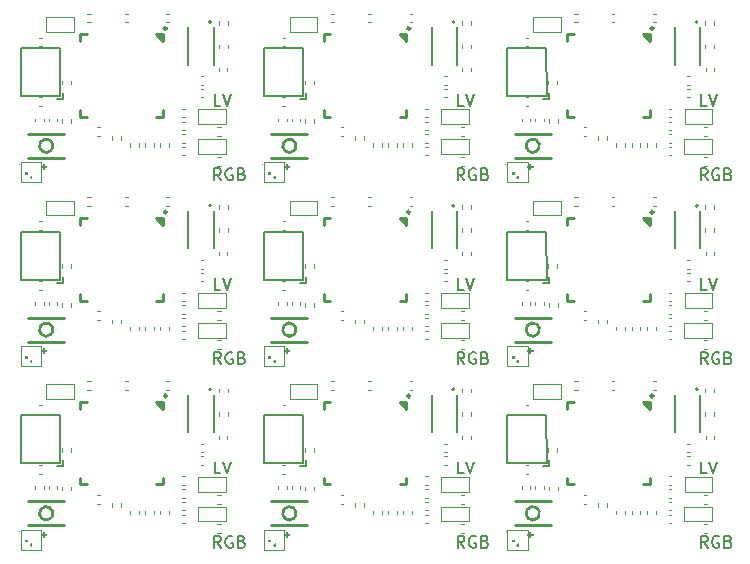
<source format=gto>
G04 #@! TF.GenerationSoftware,KiCad,Pcbnew,7.0.2-6a45011f42~172~ubuntu22.04.1*
G04 #@! TF.CreationDate,2023-07-04T14:06:36+08:00*
G04 #@! TF.ProjectId,panel_3_3,70616e65-6c5f-4335-9f33-2e6b69636164,rev?*
G04 #@! TF.SameCoordinates,Original*
G04 #@! TF.FileFunction,Legend,Top*
G04 #@! TF.FilePolarity,Positive*
%FSLAX46Y46*%
G04 Gerber Fmt 4.6, Leading zero omitted, Abs format (unit mm)*
G04 Created by KiCad (PCBNEW 7.0.2-6a45011f42~172~ubuntu22.04.1) date 2023-07-04 14:06:36*
%MOMM*%
%LPD*%
G01*
G04 APERTURE LIST*
%ADD10C,0.150000*%
%ADD11C,0.254000*%
%ADD12C,0.120000*%
%ADD13C,0.152000*%
%ADD14C,0.200000*%
%ADD15C,0.100000*%
G04 APERTURE END LIST*
D10*
X63944285Y-20142619D02*
X63468095Y-20142619D01*
X63468095Y-20142619D02*
X63468095Y-19142619D01*
X64134762Y-19142619D02*
X64468095Y-20142619D01*
X64468095Y-20142619D02*
X64801428Y-19142619D01*
X22789523Y-26427619D02*
X22456190Y-25951428D01*
X22218095Y-26427619D02*
X22218095Y-25427619D01*
X22218095Y-25427619D02*
X22599047Y-25427619D01*
X22599047Y-25427619D02*
X22694285Y-25475238D01*
X22694285Y-25475238D02*
X22741904Y-25522857D01*
X22741904Y-25522857D02*
X22789523Y-25618095D01*
X22789523Y-25618095D02*
X22789523Y-25760952D01*
X22789523Y-25760952D02*
X22741904Y-25856190D01*
X22741904Y-25856190D02*
X22694285Y-25903809D01*
X22694285Y-25903809D02*
X22599047Y-25951428D01*
X22599047Y-25951428D02*
X22218095Y-25951428D01*
X23741904Y-25475238D02*
X23646666Y-25427619D01*
X23646666Y-25427619D02*
X23503809Y-25427619D01*
X23503809Y-25427619D02*
X23360952Y-25475238D01*
X23360952Y-25475238D02*
X23265714Y-25570476D01*
X23265714Y-25570476D02*
X23218095Y-25665714D01*
X23218095Y-25665714D02*
X23170476Y-25856190D01*
X23170476Y-25856190D02*
X23170476Y-25999047D01*
X23170476Y-25999047D02*
X23218095Y-26189523D01*
X23218095Y-26189523D02*
X23265714Y-26284761D01*
X23265714Y-26284761D02*
X23360952Y-26380000D01*
X23360952Y-26380000D02*
X23503809Y-26427619D01*
X23503809Y-26427619D02*
X23599047Y-26427619D01*
X23599047Y-26427619D02*
X23741904Y-26380000D01*
X23741904Y-26380000D02*
X23789523Y-26332380D01*
X23789523Y-26332380D02*
X23789523Y-25999047D01*
X23789523Y-25999047D02*
X23599047Y-25999047D01*
X24551428Y-25903809D02*
X24694285Y-25951428D01*
X24694285Y-25951428D02*
X24741904Y-25999047D01*
X24741904Y-25999047D02*
X24789523Y-26094285D01*
X24789523Y-26094285D02*
X24789523Y-26237142D01*
X24789523Y-26237142D02*
X24741904Y-26332380D01*
X24741904Y-26332380D02*
X24694285Y-26380000D01*
X24694285Y-26380000D02*
X24599047Y-26427619D01*
X24599047Y-26427619D02*
X24218095Y-26427619D01*
X24218095Y-26427619D02*
X24218095Y-25427619D01*
X24218095Y-25427619D02*
X24551428Y-25427619D01*
X24551428Y-25427619D02*
X24646666Y-25475238D01*
X24646666Y-25475238D02*
X24694285Y-25522857D01*
X24694285Y-25522857D02*
X24741904Y-25618095D01*
X24741904Y-25618095D02*
X24741904Y-25713333D01*
X24741904Y-25713333D02*
X24694285Y-25808571D01*
X24694285Y-25808571D02*
X24646666Y-25856190D01*
X24646666Y-25856190D02*
X24551428Y-25903809D01*
X24551428Y-25903809D02*
X24218095Y-25903809D01*
X43344285Y-51262619D02*
X42868095Y-51262619D01*
X42868095Y-51262619D02*
X42868095Y-50262619D01*
X43534762Y-50262619D02*
X43868095Y-51262619D01*
X43868095Y-51262619D02*
X44201428Y-50262619D01*
X43344285Y-20142619D02*
X42868095Y-20142619D01*
X42868095Y-20142619D02*
X42868095Y-19142619D01*
X43534762Y-19142619D02*
X43868095Y-20142619D01*
X43868095Y-20142619D02*
X44201428Y-19142619D01*
X63989523Y-57547619D02*
X63656190Y-57071428D01*
X63418095Y-57547619D02*
X63418095Y-56547619D01*
X63418095Y-56547619D02*
X63799047Y-56547619D01*
X63799047Y-56547619D02*
X63894285Y-56595238D01*
X63894285Y-56595238D02*
X63941904Y-56642857D01*
X63941904Y-56642857D02*
X63989523Y-56738095D01*
X63989523Y-56738095D02*
X63989523Y-56880952D01*
X63989523Y-56880952D02*
X63941904Y-56976190D01*
X63941904Y-56976190D02*
X63894285Y-57023809D01*
X63894285Y-57023809D02*
X63799047Y-57071428D01*
X63799047Y-57071428D02*
X63418095Y-57071428D01*
X64941904Y-56595238D02*
X64846666Y-56547619D01*
X64846666Y-56547619D02*
X64703809Y-56547619D01*
X64703809Y-56547619D02*
X64560952Y-56595238D01*
X64560952Y-56595238D02*
X64465714Y-56690476D01*
X64465714Y-56690476D02*
X64418095Y-56785714D01*
X64418095Y-56785714D02*
X64370476Y-56976190D01*
X64370476Y-56976190D02*
X64370476Y-57119047D01*
X64370476Y-57119047D02*
X64418095Y-57309523D01*
X64418095Y-57309523D02*
X64465714Y-57404761D01*
X64465714Y-57404761D02*
X64560952Y-57500000D01*
X64560952Y-57500000D02*
X64703809Y-57547619D01*
X64703809Y-57547619D02*
X64799047Y-57547619D01*
X64799047Y-57547619D02*
X64941904Y-57500000D01*
X64941904Y-57500000D02*
X64989523Y-57452380D01*
X64989523Y-57452380D02*
X64989523Y-57119047D01*
X64989523Y-57119047D02*
X64799047Y-57119047D01*
X65751428Y-57023809D02*
X65894285Y-57071428D01*
X65894285Y-57071428D02*
X65941904Y-57119047D01*
X65941904Y-57119047D02*
X65989523Y-57214285D01*
X65989523Y-57214285D02*
X65989523Y-57357142D01*
X65989523Y-57357142D02*
X65941904Y-57452380D01*
X65941904Y-57452380D02*
X65894285Y-57500000D01*
X65894285Y-57500000D02*
X65799047Y-57547619D01*
X65799047Y-57547619D02*
X65418095Y-57547619D01*
X65418095Y-57547619D02*
X65418095Y-56547619D01*
X65418095Y-56547619D02*
X65751428Y-56547619D01*
X65751428Y-56547619D02*
X65846666Y-56595238D01*
X65846666Y-56595238D02*
X65894285Y-56642857D01*
X65894285Y-56642857D02*
X65941904Y-56738095D01*
X65941904Y-56738095D02*
X65941904Y-56833333D01*
X65941904Y-56833333D02*
X65894285Y-56928571D01*
X65894285Y-56928571D02*
X65846666Y-56976190D01*
X65846666Y-56976190D02*
X65751428Y-57023809D01*
X65751428Y-57023809D02*
X65418095Y-57023809D01*
X43344285Y-35702619D02*
X42868095Y-35702619D01*
X42868095Y-35702619D02*
X42868095Y-34702619D01*
X43534762Y-34702619D02*
X43868095Y-35702619D01*
X43868095Y-35702619D02*
X44201428Y-34702619D01*
X63944285Y-35702619D02*
X63468095Y-35702619D01*
X63468095Y-35702619D02*
X63468095Y-34702619D01*
X64134762Y-34702619D02*
X64468095Y-35702619D01*
X64468095Y-35702619D02*
X64801428Y-34702619D01*
X22744285Y-35702619D02*
X22268095Y-35702619D01*
X22268095Y-35702619D02*
X22268095Y-34702619D01*
X22934762Y-34702619D02*
X23268095Y-35702619D01*
X23268095Y-35702619D02*
X23601428Y-34702619D01*
X22744285Y-20142619D02*
X22268095Y-20142619D01*
X22268095Y-20142619D02*
X22268095Y-19142619D01*
X22934762Y-19142619D02*
X23268095Y-20142619D01*
X23268095Y-20142619D02*
X23601428Y-19142619D01*
X22789523Y-57547619D02*
X22456190Y-57071428D01*
X22218095Y-57547619D02*
X22218095Y-56547619D01*
X22218095Y-56547619D02*
X22599047Y-56547619D01*
X22599047Y-56547619D02*
X22694285Y-56595238D01*
X22694285Y-56595238D02*
X22741904Y-56642857D01*
X22741904Y-56642857D02*
X22789523Y-56738095D01*
X22789523Y-56738095D02*
X22789523Y-56880952D01*
X22789523Y-56880952D02*
X22741904Y-56976190D01*
X22741904Y-56976190D02*
X22694285Y-57023809D01*
X22694285Y-57023809D02*
X22599047Y-57071428D01*
X22599047Y-57071428D02*
X22218095Y-57071428D01*
X23741904Y-56595238D02*
X23646666Y-56547619D01*
X23646666Y-56547619D02*
X23503809Y-56547619D01*
X23503809Y-56547619D02*
X23360952Y-56595238D01*
X23360952Y-56595238D02*
X23265714Y-56690476D01*
X23265714Y-56690476D02*
X23218095Y-56785714D01*
X23218095Y-56785714D02*
X23170476Y-56976190D01*
X23170476Y-56976190D02*
X23170476Y-57119047D01*
X23170476Y-57119047D02*
X23218095Y-57309523D01*
X23218095Y-57309523D02*
X23265714Y-57404761D01*
X23265714Y-57404761D02*
X23360952Y-57500000D01*
X23360952Y-57500000D02*
X23503809Y-57547619D01*
X23503809Y-57547619D02*
X23599047Y-57547619D01*
X23599047Y-57547619D02*
X23741904Y-57500000D01*
X23741904Y-57500000D02*
X23789523Y-57452380D01*
X23789523Y-57452380D02*
X23789523Y-57119047D01*
X23789523Y-57119047D02*
X23599047Y-57119047D01*
X24551428Y-57023809D02*
X24694285Y-57071428D01*
X24694285Y-57071428D02*
X24741904Y-57119047D01*
X24741904Y-57119047D02*
X24789523Y-57214285D01*
X24789523Y-57214285D02*
X24789523Y-57357142D01*
X24789523Y-57357142D02*
X24741904Y-57452380D01*
X24741904Y-57452380D02*
X24694285Y-57500000D01*
X24694285Y-57500000D02*
X24599047Y-57547619D01*
X24599047Y-57547619D02*
X24218095Y-57547619D01*
X24218095Y-57547619D02*
X24218095Y-56547619D01*
X24218095Y-56547619D02*
X24551428Y-56547619D01*
X24551428Y-56547619D02*
X24646666Y-56595238D01*
X24646666Y-56595238D02*
X24694285Y-56642857D01*
X24694285Y-56642857D02*
X24741904Y-56738095D01*
X24741904Y-56738095D02*
X24741904Y-56833333D01*
X24741904Y-56833333D02*
X24694285Y-56928571D01*
X24694285Y-56928571D02*
X24646666Y-56976190D01*
X24646666Y-56976190D02*
X24551428Y-57023809D01*
X24551428Y-57023809D02*
X24218095Y-57023809D01*
X63989523Y-26427619D02*
X63656190Y-25951428D01*
X63418095Y-26427619D02*
X63418095Y-25427619D01*
X63418095Y-25427619D02*
X63799047Y-25427619D01*
X63799047Y-25427619D02*
X63894285Y-25475238D01*
X63894285Y-25475238D02*
X63941904Y-25522857D01*
X63941904Y-25522857D02*
X63989523Y-25618095D01*
X63989523Y-25618095D02*
X63989523Y-25760952D01*
X63989523Y-25760952D02*
X63941904Y-25856190D01*
X63941904Y-25856190D02*
X63894285Y-25903809D01*
X63894285Y-25903809D02*
X63799047Y-25951428D01*
X63799047Y-25951428D02*
X63418095Y-25951428D01*
X64941904Y-25475238D02*
X64846666Y-25427619D01*
X64846666Y-25427619D02*
X64703809Y-25427619D01*
X64703809Y-25427619D02*
X64560952Y-25475238D01*
X64560952Y-25475238D02*
X64465714Y-25570476D01*
X64465714Y-25570476D02*
X64418095Y-25665714D01*
X64418095Y-25665714D02*
X64370476Y-25856190D01*
X64370476Y-25856190D02*
X64370476Y-25999047D01*
X64370476Y-25999047D02*
X64418095Y-26189523D01*
X64418095Y-26189523D02*
X64465714Y-26284761D01*
X64465714Y-26284761D02*
X64560952Y-26380000D01*
X64560952Y-26380000D02*
X64703809Y-26427619D01*
X64703809Y-26427619D02*
X64799047Y-26427619D01*
X64799047Y-26427619D02*
X64941904Y-26380000D01*
X64941904Y-26380000D02*
X64989523Y-26332380D01*
X64989523Y-26332380D02*
X64989523Y-25999047D01*
X64989523Y-25999047D02*
X64799047Y-25999047D01*
X65751428Y-25903809D02*
X65894285Y-25951428D01*
X65894285Y-25951428D02*
X65941904Y-25999047D01*
X65941904Y-25999047D02*
X65989523Y-26094285D01*
X65989523Y-26094285D02*
X65989523Y-26237142D01*
X65989523Y-26237142D02*
X65941904Y-26332380D01*
X65941904Y-26332380D02*
X65894285Y-26380000D01*
X65894285Y-26380000D02*
X65799047Y-26427619D01*
X65799047Y-26427619D02*
X65418095Y-26427619D01*
X65418095Y-26427619D02*
X65418095Y-25427619D01*
X65418095Y-25427619D02*
X65751428Y-25427619D01*
X65751428Y-25427619D02*
X65846666Y-25475238D01*
X65846666Y-25475238D02*
X65894285Y-25522857D01*
X65894285Y-25522857D02*
X65941904Y-25618095D01*
X65941904Y-25618095D02*
X65941904Y-25713333D01*
X65941904Y-25713333D02*
X65894285Y-25808571D01*
X65894285Y-25808571D02*
X65846666Y-25856190D01*
X65846666Y-25856190D02*
X65751428Y-25903809D01*
X65751428Y-25903809D02*
X65418095Y-25903809D01*
X43389523Y-26427619D02*
X43056190Y-25951428D01*
X42818095Y-26427619D02*
X42818095Y-25427619D01*
X42818095Y-25427619D02*
X43199047Y-25427619D01*
X43199047Y-25427619D02*
X43294285Y-25475238D01*
X43294285Y-25475238D02*
X43341904Y-25522857D01*
X43341904Y-25522857D02*
X43389523Y-25618095D01*
X43389523Y-25618095D02*
X43389523Y-25760952D01*
X43389523Y-25760952D02*
X43341904Y-25856190D01*
X43341904Y-25856190D02*
X43294285Y-25903809D01*
X43294285Y-25903809D02*
X43199047Y-25951428D01*
X43199047Y-25951428D02*
X42818095Y-25951428D01*
X44341904Y-25475238D02*
X44246666Y-25427619D01*
X44246666Y-25427619D02*
X44103809Y-25427619D01*
X44103809Y-25427619D02*
X43960952Y-25475238D01*
X43960952Y-25475238D02*
X43865714Y-25570476D01*
X43865714Y-25570476D02*
X43818095Y-25665714D01*
X43818095Y-25665714D02*
X43770476Y-25856190D01*
X43770476Y-25856190D02*
X43770476Y-25999047D01*
X43770476Y-25999047D02*
X43818095Y-26189523D01*
X43818095Y-26189523D02*
X43865714Y-26284761D01*
X43865714Y-26284761D02*
X43960952Y-26380000D01*
X43960952Y-26380000D02*
X44103809Y-26427619D01*
X44103809Y-26427619D02*
X44199047Y-26427619D01*
X44199047Y-26427619D02*
X44341904Y-26380000D01*
X44341904Y-26380000D02*
X44389523Y-26332380D01*
X44389523Y-26332380D02*
X44389523Y-25999047D01*
X44389523Y-25999047D02*
X44199047Y-25999047D01*
X45151428Y-25903809D02*
X45294285Y-25951428D01*
X45294285Y-25951428D02*
X45341904Y-25999047D01*
X45341904Y-25999047D02*
X45389523Y-26094285D01*
X45389523Y-26094285D02*
X45389523Y-26237142D01*
X45389523Y-26237142D02*
X45341904Y-26332380D01*
X45341904Y-26332380D02*
X45294285Y-26380000D01*
X45294285Y-26380000D02*
X45199047Y-26427619D01*
X45199047Y-26427619D02*
X44818095Y-26427619D01*
X44818095Y-26427619D02*
X44818095Y-25427619D01*
X44818095Y-25427619D02*
X45151428Y-25427619D01*
X45151428Y-25427619D02*
X45246666Y-25475238D01*
X45246666Y-25475238D02*
X45294285Y-25522857D01*
X45294285Y-25522857D02*
X45341904Y-25618095D01*
X45341904Y-25618095D02*
X45341904Y-25713333D01*
X45341904Y-25713333D02*
X45294285Y-25808571D01*
X45294285Y-25808571D02*
X45246666Y-25856190D01*
X45246666Y-25856190D02*
X45151428Y-25903809D01*
X45151428Y-25903809D02*
X44818095Y-25903809D01*
X63989523Y-41987619D02*
X63656190Y-41511428D01*
X63418095Y-41987619D02*
X63418095Y-40987619D01*
X63418095Y-40987619D02*
X63799047Y-40987619D01*
X63799047Y-40987619D02*
X63894285Y-41035238D01*
X63894285Y-41035238D02*
X63941904Y-41082857D01*
X63941904Y-41082857D02*
X63989523Y-41178095D01*
X63989523Y-41178095D02*
X63989523Y-41320952D01*
X63989523Y-41320952D02*
X63941904Y-41416190D01*
X63941904Y-41416190D02*
X63894285Y-41463809D01*
X63894285Y-41463809D02*
X63799047Y-41511428D01*
X63799047Y-41511428D02*
X63418095Y-41511428D01*
X64941904Y-41035238D02*
X64846666Y-40987619D01*
X64846666Y-40987619D02*
X64703809Y-40987619D01*
X64703809Y-40987619D02*
X64560952Y-41035238D01*
X64560952Y-41035238D02*
X64465714Y-41130476D01*
X64465714Y-41130476D02*
X64418095Y-41225714D01*
X64418095Y-41225714D02*
X64370476Y-41416190D01*
X64370476Y-41416190D02*
X64370476Y-41559047D01*
X64370476Y-41559047D02*
X64418095Y-41749523D01*
X64418095Y-41749523D02*
X64465714Y-41844761D01*
X64465714Y-41844761D02*
X64560952Y-41940000D01*
X64560952Y-41940000D02*
X64703809Y-41987619D01*
X64703809Y-41987619D02*
X64799047Y-41987619D01*
X64799047Y-41987619D02*
X64941904Y-41940000D01*
X64941904Y-41940000D02*
X64989523Y-41892380D01*
X64989523Y-41892380D02*
X64989523Y-41559047D01*
X64989523Y-41559047D02*
X64799047Y-41559047D01*
X65751428Y-41463809D02*
X65894285Y-41511428D01*
X65894285Y-41511428D02*
X65941904Y-41559047D01*
X65941904Y-41559047D02*
X65989523Y-41654285D01*
X65989523Y-41654285D02*
X65989523Y-41797142D01*
X65989523Y-41797142D02*
X65941904Y-41892380D01*
X65941904Y-41892380D02*
X65894285Y-41940000D01*
X65894285Y-41940000D02*
X65799047Y-41987619D01*
X65799047Y-41987619D02*
X65418095Y-41987619D01*
X65418095Y-41987619D02*
X65418095Y-40987619D01*
X65418095Y-40987619D02*
X65751428Y-40987619D01*
X65751428Y-40987619D02*
X65846666Y-41035238D01*
X65846666Y-41035238D02*
X65894285Y-41082857D01*
X65894285Y-41082857D02*
X65941904Y-41178095D01*
X65941904Y-41178095D02*
X65941904Y-41273333D01*
X65941904Y-41273333D02*
X65894285Y-41368571D01*
X65894285Y-41368571D02*
X65846666Y-41416190D01*
X65846666Y-41416190D02*
X65751428Y-41463809D01*
X65751428Y-41463809D02*
X65418095Y-41463809D01*
X63944285Y-51262619D02*
X63468095Y-51262619D01*
X63468095Y-51262619D02*
X63468095Y-50262619D01*
X64134762Y-50262619D02*
X64468095Y-51262619D01*
X64468095Y-51262619D02*
X64801428Y-50262619D01*
X43389523Y-41987619D02*
X43056190Y-41511428D01*
X42818095Y-41987619D02*
X42818095Y-40987619D01*
X42818095Y-40987619D02*
X43199047Y-40987619D01*
X43199047Y-40987619D02*
X43294285Y-41035238D01*
X43294285Y-41035238D02*
X43341904Y-41082857D01*
X43341904Y-41082857D02*
X43389523Y-41178095D01*
X43389523Y-41178095D02*
X43389523Y-41320952D01*
X43389523Y-41320952D02*
X43341904Y-41416190D01*
X43341904Y-41416190D02*
X43294285Y-41463809D01*
X43294285Y-41463809D02*
X43199047Y-41511428D01*
X43199047Y-41511428D02*
X42818095Y-41511428D01*
X44341904Y-41035238D02*
X44246666Y-40987619D01*
X44246666Y-40987619D02*
X44103809Y-40987619D01*
X44103809Y-40987619D02*
X43960952Y-41035238D01*
X43960952Y-41035238D02*
X43865714Y-41130476D01*
X43865714Y-41130476D02*
X43818095Y-41225714D01*
X43818095Y-41225714D02*
X43770476Y-41416190D01*
X43770476Y-41416190D02*
X43770476Y-41559047D01*
X43770476Y-41559047D02*
X43818095Y-41749523D01*
X43818095Y-41749523D02*
X43865714Y-41844761D01*
X43865714Y-41844761D02*
X43960952Y-41940000D01*
X43960952Y-41940000D02*
X44103809Y-41987619D01*
X44103809Y-41987619D02*
X44199047Y-41987619D01*
X44199047Y-41987619D02*
X44341904Y-41940000D01*
X44341904Y-41940000D02*
X44389523Y-41892380D01*
X44389523Y-41892380D02*
X44389523Y-41559047D01*
X44389523Y-41559047D02*
X44199047Y-41559047D01*
X45151428Y-41463809D02*
X45294285Y-41511428D01*
X45294285Y-41511428D02*
X45341904Y-41559047D01*
X45341904Y-41559047D02*
X45389523Y-41654285D01*
X45389523Y-41654285D02*
X45389523Y-41797142D01*
X45389523Y-41797142D02*
X45341904Y-41892380D01*
X45341904Y-41892380D02*
X45294285Y-41940000D01*
X45294285Y-41940000D02*
X45199047Y-41987619D01*
X45199047Y-41987619D02*
X44818095Y-41987619D01*
X44818095Y-41987619D02*
X44818095Y-40987619D01*
X44818095Y-40987619D02*
X45151428Y-40987619D01*
X45151428Y-40987619D02*
X45246666Y-41035238D01*
X45246666Y-41035238D02*
X45294285Y-41082857D01*
X45294285Y-41082857D02*
X45341904Y-41178095D01*
X45341904Y-41178095D02*
X45341904Y-41273333D01*
X45341904Y-41273333D02*
X45294285Y-41368571D01*
X45294285Y-41368571D02*
X45246666Y-41416190D01*
X45246666Y-41416190D02*
X45151428Y-41463809D01*
X45151428Y-41463809D02*
X44818095Y-41463809D01*
X22789523Y-41987619D02*
X22456190Y-41511428D01*
X22218095Y-41987619D02*
X22218095Y-40987619D01*
X22218095Y-40987619D02*
X22599047Y-40987619D01*
X22599047Y-40987619D02*
X22694285Y-41035238D01*
X22694285Y-41035238D02*
X22741904Y-41082857D01*
X22741904Y-41082857D02*
X22789523Y-41178095D01*
X22789523Y-41178095D02*
X22789523Y-41320952D01*
X22789523Y-41320952D02*
X22741904Y-41416190D01*
X22741904Y-41416190D02*
X22694285Y-41463809D01*
X22694285Y-41463809D02*
X22599047Y-41511428D01*
X22599047Y-41511428D02*
X22218095Y-41511428D01*
X23741904Y-41035238D02*
X23646666Y-40987619D01*
X23646666Y-40987619D02*
X23503809Y-40987619D01*
X23503809Y-40987619D02*
X23360952Y-41035238D01*
X23360952Y-41035238D02*
X23265714Y-41130476D01*
X23265714Y-41130476D02*
X23218095Y-41225714D01*
X23218095Y-41225714D02*
X23170476Y-41416190D01*
X23170476Y-41416190D02*
X23170476Y-41559047D01*
X23170476Y-41559047D02*
X23218095Y-41749523D01*
X23218095Y-41749523D02*
X23265714Y-41844761D01*
X23265714Y-41844761D02*
X23360952Y-41940000D01*
X23360952Y-41940000D02*
X23503809Y-41987619D01*
X23503809Y-41987619D02*
X23599047Y-41987619D01*
X23599047Y-41987619D02*
X23741904Y-41940000D01*
X23741904Y-41940000D02*
X23789523Y-41892380D01*
X23789523Y-41892380D02*
X23789523Y-41559047D01*
X23789523Y-41559047D02*
X23599047Y-41559047D01*
X24551428Y-41463809D02*
X24694285Y-41511428D01*
X24694285Y-41511428D02*
X24741904Y-41559047D01*
X24741904Y-41559047D02*
X24789523Y-41654285D01*
X24789523Y-41654285D02*
X24789523Y-41797142D01*
X24789523Y-41797142D02*
X24741904Y-41892380D01*
X24741904Y-41892380D02*
X24694285Y-41940000D01*
X24694285Y-41940000D02*
X24599047Y-41987619D01*
X24599047Y-41987619D02*
X24218095Y-41987619D01*
X24218095Y-41987619D02*
X24218095Y-40987619D01*
X24218095Y-40987619D02*
X24551428Y-40987619D01*
X24551428Y-40987619D02*
X24646666Y-41035238D01*
X24646666Y-41035238D02*
X24694285Y-41082857D01*
X24694285Y-41082857D02*
X24741904Y-41178095D01*
X24741904Y-41178095D02*
X24741904Y-41273333D01*
X24741904Y-41273333D02*
X24694285Y-41368571D01*
X24694285Y-41368571D02*
X24646666Y-41416190D01*
X24646666Y-41416190D02*
X24551428Y-41463809D01*
X24551428Y-41463809D02*
X24218095Y-41463809D01*
X22744285Y-51262619D02*
X22268095Y-51262619D01*
X22268095Y-51262619D02*
X22268095Y-50262619D01*
X22934762Y-50262619D02*
X23268095Y-51262619D01*
X23268095Y-51262619D02*
X23601428Y-50262619D01*
X43389523Y-57547619D02*
X43056190Y-57071428D01*
X42818095Y-57547619D02*
X42818095Y-56547619D01*
X42818095Y-56547619D02*
X43199047Y-56547619D01*
X43199047Y-56547619D02*
X43294285Y-56595238D01*
X43294285Y-56595238D02*
X43341904Y-56642857D01*
X43341904Y-56642857D02*
X43389523Y-56738095D01*
X43389523Y-56738095D02*
X43389523Y-56880952D01*
X43389523Y-56880952D02*
X43341904Y-56976190D01*
X43341904Y-56976190D02*
X43294285Y-57023809D01*
X43294285Y-57023809D02*
X43199047Y-57071428D01*
X43199047Y-57071428D02*
X42818095Y-57071428D01*
X44341904Y-56595238D02*
X44246666Y-56547619D01*
X44246666Y-56547619D02*
X44103809Y-56547619D01*
X44103809Y-56547619D02*
X43960952Y-56595238D01*
X43960952Y-56595238D02*
X43865714Y-56690476D01*
X43865714Y-56690476D02*
X43818095Y-56785714D01*
X43818095Y-56785714D02*
X43770476Y-56976190D01*
X43770476Y-56976190D02*
X43770476Y-57119047D01*
X43770476Y-57119047D02*
X43818095Y-57309523D01*
X43818095Y-57309523D02*
X43865714Y-57404761D01*
X43865714Y-57404761D02*
X43960952Y-57500000D01*
X43960952Y-57500000D02*
X44103809Y-57547619D01*
X44103809Y-57547619D02*
X44199047Y-57547619D01*
X44199047Y-57547619D02*
X44341904Y-57500000D01*
X44341904Y-57500000D02*
X44389523Y-57452380D01*
X44389523Y-57452380D02*
X44389523Y-57119047D01*
X44389523Y-57119047D02*
X44199047Y-57119047D01*
X45151428Y-57023809D02*
X45294285Y-57071428D01*
X45294285Y-57071428D02*
X45341904Y-57119047D01*
X45341904Y-57119047D02*
X45389523Y-57214285D01*
X45389523Y-57214285D02*
X45389523Y-57357142D01*
X45389523Y-57357142D02*
X45341904Y-57452380D01*
X45341904Y-57452380D02*
X45294285Y-57500000D01*
X45294285Y-57500000D02*
X45199047Y-57547619D01*
X45199047Y-57547619D02*
X44818095Y-57547619D01*
X44818095Y-57547619D02*
X44818095Y-56547619D01*
X44818095Y-56547619D02*
X45151428Y-56547619D01*
X45151428Y-56547619D02*
X45246666Y-56595238D01*
X45246666Y-56595238D02*
X45294285Y-56642857D01*
X45294285Y-56642857D02*
X45341904Y-56738095D01*
X45341904Y-56738095D02*
X45341904Y-56833333D01*
X45341904Y-56833333D02*
X45294285Y-56928571D01*
X45294285Y-56928571D02*
X45246666Y-56976190D01*
X45246666Y-56976190D02*
X45151428Y-57023809D01*
X45151428Y-57023809D02*
X44818095Y-57023809D01*
D11*
G04 #@! TO.C,U1*
X38485000Y-29635000D02*
X38485000Y-30204000D01*
X37916000Y-29635000D02*
X38485000Y-29635000D01*
X37916000Y-29635000D02*
X38485000Y-30204000D01*
X31485000Y-29635000D02*
X32054000Y-29635000D01*
X31485000Y-29735000D02*
X31485000Y-29635000D01*
X38485000Y-29894000D02*
X38388000Y-29894000D01*
X38388000Y-29894000D02*
X38129000Y-29635000D01*
X31485000Y-30204000D02*
X31485000Y-29735000D01*
X38485000Y-36066000D02*
X38485000Y-36635000D01*
X38485000Y-36635000D02*
X37916000Y-36635000D01*
X32054000Y-36635000D02*
X31485000Y-36635000D01*
X31485000Y-36635000D02*
X31485000Y-36066000D01*
X38812000Y-29135000D02*
G75*
G03*
X38812000Y-29135000I-127000J0D01*
G01*
D12*
G04 #@! TO.C,R11*
X18390000Y-54406359D02*
X18390000Y-54713641D01*
X17630000Y-54406359D02*
X17630000Y-54713641D01*
D11*
G04 #@! TO.C,SW1*
X27066000Y-38064000D02*
X30114000Y-38064000D01*
X27066000Y-40096000D02*
X30114000Y-40096000D01*
X29098491Y-39334252D02*
G75*
G03*
X28991999Y-39481999I-508491J254252D01*
G01*
D12*
G04 #@! TO.C,R7*
X43383641Y-25200000D02*
X43076359Y-25200000D01*
X43383641Y-24440000D02*
X43076359Y-24440000D01*
D11*
G04 #@! TO.C,U1*
X17885000Y-14075000D02*
X17885000Y-14644000D01*
X17316000Y-14075000D02*
X17885000Y-14075000D01*
X17316000Y-14075000D02*
X17885000Y-14644000D01*
X10885000Y-14075000D02*
X11454000Y-14075000D01*
X10885000Y-14175000D02*
X10885000Y-14075000D01*
X17885000Y-14334000D02*
X17788000Y-14334000D01*
X17788000Y-14334000D02*
X17529000Y-14075000D01*
X10885000Y-14644000D02*
X10885000Y-14175000D01*
X17885000Y-20506000D02*
X17885000Y-21075000D01*
X17885000Y-21075000D02*
X17316000Y-21075000D01*
X11454000Y-21075000D02*
X10885000Y-21075000D01*
X10885000Y-21075000D02*
X10885000Y-20506000D01*
X18212000Y-13575000D02*
G75*
G03*
X18212000Y-13575000I-127000J0D01*
G01*
D12*
G04 #@! TO.C,C8*
X19502164Y-54740000D02*
X19717836Y-54740000D01*
X19502164Y-55460000D02*
X19717836Y-55460000D01*
G04 #@! TO.C,C12*
X35272164Y-12325000D02*
X35487836Y-12325000D01*
X35272164Y-13045000D02*
X35487836Y-13045000D01*
G04 #@! TO.C,JP2*
X41445000Y-51565000D02*
X43795000Y-51565000D01*
X43795000Y-51565000D02*
X43795000Y-52815000D01*
X43795000Y-52815000D02*
X41445000Y-52815000D01*
X41445000Y-52815000D02*
X41445000Y-51565000D01*
G04 #@! TO.C,R2*
X29930000Y-21573641D02*
X29930000Y-21266359D01*
X30690000Y-21573641D02*
X30690000Y-21266359D01*
G04 #@! TO.C,C9*
X40097164Y-38095000D02*
X40312836Y-38095000D01*
X40097164Y-38815000D02*
X40312836Y-38815000D01*
G04 #@! TO.C,R12*
X32076359Y-12320000D02*
X32383641Y-12320000D01*
X32076359Y-13080000D02*
X32383641Y-13080000D01*
G04 #@! TO.C,JP3*
X41425000Y-38505000D02*
X43775000Y-38505000D01*
X43775000Y-38505000D02*
X43775000Y-39755000D01*
X43775000Y-39755000D02*
X41425000Y-39755000D01*
X41425000Y-39755000D02*
X41425000Y-38505000D01*
G04 #@! TO.C,R10*
X37710000Y-54406359D02*
X37710000Y-54713641D01*
X36950000Y-54406359D02*
X36950000Y-54713641D01*
G04 #@! TO.C,C12*
X14672164Y-12325000D02*
X14887836Y-12325000D01*
X14672164Y-13045000D02*
X14887836Y-13045000D01*
G04 #@! TO.C,JP3*
X41425000Y-22945000D02*
X43775000Y-22945000D01*
X43775000Y-22945000D02*
X43775000Y-24195000D01*
X43775000Y-24195000D02*
X41425000Y-24195000D01*
X41425000Y-24195000D02*
X41425000Y-22945000D01*
D11*
G04 #@! TO.C,U1*
X59085000Y-29635000D02*
X59085000Y-30204000D01*
X58516000Y-29635000D02*
X59085000Y-29635000D01*
X58516000Y-29635000D02*
X59085000Y-30204000D01*
X52085000Y-29635000D02*
X52654000Y-29635000D01*
X52085000Y-29735000D02*
X52085000Y-29635000D01*
X59085000Y-29894000D02*
X58988000Y-29894000D01*
X58988000Y-29894000D02*
X58729000Y-29635000D01*
X52085000Y-30204000D02*
X52085000Y-29735000D01*
X59085000Y-36066000D02*
X59085000Y-36635000D01*
X59085000Y-36635000D02*
X58516000Y-36635000D01*
X52654000Y-36635000D02*
X52085000Y-36635000D01*
X52085000Y-36635000D02*
X52085000Y-36066000D01*
X59412000Y-29135000D02*
G75*
G03*
X59412000Y-29135000I-127000J0D01*
G01*
D12*
G04 #@! TO.C,R7*
X43383641Y-56320000D02*
X43076359Y-56320000D01*
X43383641Y-55560000D02*
X43076359Y-55560000D01*
G04 #@! TO.C,C5*
X19497164Y-20400000D02*
X19712836Y-20400000D01*
X19497164Y-21120000D02*
X19712836Y-21120000D01*
D13*
G04 #@! TO.C,X1*
X29474000Y-50659000D02*
X29982000Y-50659000D01*
X29982000Y-50659000D02*
X29982000Y-50151000D01*
X26426000Y-50402000D02*
X26426000Y-46341000D01*
X29756000Y-50402000D02*
X26426000Y-50402000D01*
X26426000Y-46341000D02*
X28077000Y-46341000D01*
X28077000Y-46341000D02*
X29728000Y-46341000D01*
X29728000Y-46341000D02*
X29756000Y-50402000D01*
X29728000Y-46341000D02*
X29728000Y-46341000D01*
D12*
G04 #@! TO.C,R3*
X14305000Y-53806359D02*
X14305000Y-54113641D01*
X13545000Y-53806359D02*
X13545000Y-54113641D01*
G04 #@! TO.C,R2*
X50530000Y-52693641D02*
X50530000Y-52386359D01*
X51290000Y-52693641D02*
X51290000Y-52386359D01*
G04 #@! TO.C,C10*
X62272164Y-49820000D02*
X62487836Y-49820000D01*
X62272164Y-50540000D02*
X62487836Y-50540000D01*
D13*
G04 #@! TO.C,U2*
X22181000Y-16638500D02*
X22181000Y-13486500D01*
X20029000Y-13486500D02*
X20029000Y-16638500D01*
D14*
X21967000Y-13030500D02*
G75*
G03*
X21967000Y-13030500I-100000J0D01*
G01*
D15*
G04 #@! TO.C,U5*
X26445000Y-56040000D02*
X26445000Y-57740000D01*
X26445000Y-57740000D02*
X28145000Y-57740000D01*
X28145000Y-56040000D02*
X26445000Y-56040000D01*
X28145000Y-57740000D02*
X28145000Y-56040000D01*
X26345000Y-56190000D02*
G75*
G03*
X26345000Y-56190000I-50000J0D01*
G01*
D12*
X27345000Y-57390000D02*
X27195000Y-57290000D01*
X27345000Y-57190000D01*
X27345000Y-57390000D01*
G36*
X27345000Y-57390000D02*
G01*
X27195000Y-57290000D01*
X27345000Y-57190000D01*
X27345000Y-57390000D01*
G37*
X28570000Y-56465000D02*
X28120000Y-56465000D01*
X28120000Y-56365000D01*
X28570000Y-56365000D01*
X28570000Y-56465000D01*
G36*
X28570000Y-56465000D02*
G01*
X28120000Y-56465000D01*
X28120000Y-56365000D01*
X28570000Y-56365000D01*
X28570000Y-56465000D01*
G37*
X28395000Y-56640000D02*
X28295000Y-56640000D01*
X28295000Y-56190000D01*
X28395000Y-56190000D01*
X28395000Y-56640000D01*
G36*
X28395000Y-56640000D02*
G01*
X28295000Y-56640000D01*
X28295000Y-56190000D01*
X28395000Y-56190000D01*
X28395000Y-56640000D01*
G37*
X26965000Y-57020000D02*
X26955000Y-57020000D01*
X26795000Y-57020000D01*
X26795000Y-56890000D01*
X26965000Y-56890000D01*
X26965000Y-57020000D01*
G36*
X26965000Y-57020000D02*
G01*
X26955000Y-57020000D01*
X26795000Y-57020000D01*
X26795000Y-56890000D01*
X26965000Y-56890000D01*
X26965000Y-57020000D01*
G37*
D15*
X5845000Y-56040000D02*
X5845000Y-57740000D01*
X5845000Y-57740000D02*
X7545000Y-57740000D01*
X7545000Y-56040000D02*
X5845000Y-56040000D01*
X7545000Y-57740000D02*
X7545000Y-56040000D01*
X5745000Y-56190000D02*
G75*
G03*
X5745000Y-56190000I-50000J0D01*
G01*
D12*
X6745000Y-57390000D02*
X6595000Y-57290000D01*
X6745000Y-57190000D01*
X6745000Y-57390000D01*
G36*
X6745000Y-57390000D02*
G01*
X6595000Y-57290000D01*
X6745000Y-57190000D01*
X6745000Y-57390000D01*
G37*
X7970000Y-56465000D02*
X7520000Y-56465000D01*
X7520000Y-56365000D01*
X7970000Y-56365000D01*
X7970000Y-56465000D01*
G36*
X7970000Y-56465000D02*
G01*
X7520000Y-56465000D01*
X7520000Y-56365000D01*
X7970000Y-56365000D01*
X7970000Y-56465000D01*
G37*
X7795000Y-56640000D02*
X7695000Y-56640000D01*
X7695000Y-56190000D01*
X7795000Y-56190000D01*
X7795000Y-56640000D01*
G36*
X7795000Y-56640000D02*
G01*
X7695000Y-56640000D01*
X7695000Y-56190000D01*
X7795000Y-56190000D01*
X7795000Y-56640000D01*
G37*
X6365000Y-57020000D02*
X6355000Y-57020000D01*
X6195000Y-57020000D01*
X6195000Y-56890000D01*
X6365000Y-56890000D01*
X6365000Y-57020000D01*
G36*
X6365000Y-57020000D02*
G01*
X6355000Y-57020000D01*
X6195000Y-57020000D01*
X6195000Y-56890000D01*
X6365000Y-56890000D01*
X6365000Y-57020000D01*
G37*
G04 #@! TO.C,JP1*
X28610000Y-43725000D02*
X30960000Y-43725000D01*
X30960000Y-43725000D02*
X30960000Y-44975000D01*
X30960000Y-44975000D02*
X28610000Y-44975000D01*
X28610000Y-44975000D02*
X28610000Y-43725000D01*
G04 #@! TO.C,C14*
X43940000Y-48092164D02*
X43940000Y-48307836D01*
X43220000Y-48092164D02*
X43220000Y-48307836D01*
X64540000Y-32532164D02*
X64540000Y-32747836D01*
X63820000Y-32532164D02*
X63820000Y-32747836D01*
G04 #@! TO.C,C11*
X38772164Y-12320000D02*
X38987836Y-12320000D01*
X38772164Y-13040000D02*
X38987836Y-13040000D01*
G04 #@! TO.C,R7*
X63983641Y-25200000D02*
X63676359Y-25200000D01*
X63983641Y-24440000D02*
X63676359Y-24440000D01*
G04 #@! TO.C,R5*
X43960000Y-44096359D02*
X43960000Y-44403641D01*
X43200000Y-44096359D02*
X43200000Y-44403641D01*
D13*
G04 #@! TO.C,X1*
X8874000Y-50659000D02*
X9382000Y-50659000D01*
X9382000Y-50659000D02*
X9382000Y-50151000D01*
X5826000Y-50402000D02*
X5826000Y-46341000D01*
X9156000Y-50402000D02*
X5826000Y-50402000D01*
X5826000Y-46341000D02*
X7477000Y-46341000D01*
X7477000Y-46341000D02*
X9128000Y-46341000D01*
X9128000Y-46341000D02*
X9156000Y-50402000D01*
X9128000Y-46341000D02*
X9128000Y-46341000D01*
D12*
G04 #@! TO.C,R10*
X58310000Y-23286359D02*
X58310000Y-23593641D01*
X57550000Y-23286359D02*
X57550000Y-23593641D01*
D11*
G04 #@! TO.C,U1*
X38485000Y-45195000D02*
X38485000Y-45764000D01*
X37916000Y-45195000D02*
X38485000Y-45195000D01*
X37916000Y-45195000D02*
X38485000Y-45764000D01*
X31485000Y-45195000D02*
X32054000Y-45195000D01*
X31485000Y-45295000D02*
X31485000Y-45195000D01*
X38485000Y-45454000D02*
X38388000Y-45454000D01*
X38388000Y-45454000D02*
X38129000Y-45195000D01*
X31485000Y-45764000D02*
X31485000Y-45295000D01*
X38485000Y-51626000D02*
X38485000Y-52195000D01*
X38485000Y-52195000D02*
X37916000Y-52195000D01*
X32054000Y-52195000D02*
X31485000Y-52195000D01*
X31485000Y-52195000D02*
X31485000Y-51626000D01*
X38812000Y-44695000D02*
G75*
G03*
X38812000Y-44695000I-127000J0D01*
G01*
D12*
G04 #@! TO.C,R11*
X38990000Y-23286359D02*
X38990000Y-23593641D01*
X38230000Y-23286359D02*
X38230000Y-23593641D01*
G04 #@! TO.C,JP3*
X62025000Y-54065000D02*
X64375000Y-54065000D01*
X64375000Y-54065000D02*
X64375000Y-55315000D01*
X64375000Y-55315000D02*
X62025000Y-55315000D01*
X62025000Y-55315000D02*
X62025000Y-54065000D01*
G04 #@! TO.C,C14*
X23340000Y-16972164D02*
X23340000Y-17187836D01*
X22620000Y-16972164D02*
X22620000Y-17187836D01*
G04 #@! TO.C,C5*
X19497164Y-35960000D02*
X19712836Y-35960000D01*
X19497164Y-36680000D02*
X19712836Y-36680000D01*
X40097164Y-51520000D02*
X40312836Y-51520000D01*
X40097164Y-52240000D02*
X40312836Y-52240000D01*
G04 #@! TO.C,R3*
X34905000Y-38246359D02*
X34905000Y-38553641D01*
X34145000Y-38246359D02*
X34145000Y-38553641D01*
G04 #@! TO.C,R6*
X63800000Y-46388641D02*
X63800000Y-46081359D01*
X64560000Y-46388641D02*
X64560000Y-46081359D01*
G04 #@! TO.C,C12*
X35272164Y-43445000D02*
X35487836Y-43445000D01*
X35272164Y-44165000D02*
X35487836Y-44165000D01*
G04 #@! TO.C,C13*
X28380000Y-52337164D02*
X28380000Y-52552836D01*
X27660000Y-52337164D02*
X27660000Y-52552836D01*
G04 #@! TO.C,R10*
X37710000Y-23286359D02*
X37710000Y-23593641D01*
X36950000Y-23286359D02*
X36950000Y-23593641D01*
G04 #@! TO.C,C6*
X19712836Y-37747500D02*
X19497164Y-37747500D01*
X19712836Y-37027500D02*
X19497164Y-37027500D01*
G04 #@! TO.C,R6*
X22600000Y-46388641D02*
X22600000Y-46081359D01*
X23360000Y-46388641D02*
X23360000Y-46081359D01*
G04 #@! TO.C,C9*
X19497164Y-22535000D02*
X19712836Y-22535000D01*
X19497164Y-23255000D02*
X19712836Y-23255000D01*
D15*
G04 #@! TO.C,U5*
X26445000Y-24920000D02*
X26445000Y-26620000D01*
X26445000Y-26620000D02*
X28145000Y-26620000D01*
X28145000Y-24920000D02*
X26445000Y-24920000D01*
X28145000Y-26620000D02*
X28145000Y-24920000D01*
X26345000Y-25070000D02*
G75*
G03*
X26345000Y-25070000I-50000J0D01*
G01*
D12*
X27345000Y-26270000D02*
X27195000Y-26170000D01*
X27345000Y-26070000D01*
X27345000Y-26270000D01*
G36*
X27345000Y-26270000D02*
G01*
X27195000Y-26170000D01*
X27345000Y-26070000D01*
X27345000Y-26270000D01*
G37*
X28570000Y-25345000D02*
X28120000Y-25345000D01*
X28120000Y-25245000D01*
X28570000Y-25245000D01*
X28570000Y-25345000D01*
G36*
X28570000Y-25345000D02*
G01*
X28120000Y-25345000D01*
X28120000Y-25245000D01*
X28570000Y-25245000D01*
X28570000Y-25345000D01*
G37*
X28395000Y-25520000D02*
X28295000Y-25520000D01*
X28295000Y-25070000D01*
X28395000Y-25070000D01*
X28395000Y-25520000D01*
G36*
X28395000Y-25520000D02*
G01*
X28295000Y-25520000D01*
X28295000Y-25070000D01*
X28395000Y-25070000D01*
X28395000Y-25520000D01*
G37*
X26965000Y-25900000D02*
X26955000Y-25900000D01*
X26795000Y-25900000D01*
X26795000Y-25770000D01*
X26965000Y-25770000D01*
X26965000Y-25900000D01*
G36*
X26965000Y-25900000D02*
G01*
X26955000Y-25900000D01*
X26795000Y-25900000D01*
X26795000Y-25770000D01*
X26965000Y-25770000D01*
X26965000Y-25900000D01*
G37*
G04 #@! TO.C,C8*
X40102164Y-23620000D02*
X40317836Y-23620000D01*
X40102164Y-24340000D02*
X40317836Y-24340000D01*
D11*
G04 #@! TO.C,SW1*
X47666000Y-38064000D02*
X50714000Y-38064000D01*
X47666000Y-40096000D02*
X50714000Y-40096000D01*
X49698491Y-39334252D02*
G75*
G03*
X49591999Y-39481999I-508491J254252D01*
G01*
D12*
G04 #@! TO.C,R2*
X9330000Y-37133641D02*
X9330000Y-36826359D01*
X10090000Y-37133641D02*
X10090000Y-36826359D01*
G04 #@! TO.C,C10*
X21072164Y-34260000D02*
X21287836Y-34260000D01*
X21072164Y-34980000D02*
X21287836Y-34980000D01*
G04 #@! TO.C,C2*
X62272164Y-17640000D02*
X62487836Y-17640000D01*
X62272164Y-18360000D02*
X62487836Y-18360000D01*
G04 #@! TO.C,R12*
X32076359Y-43440000D02*
X32383641Y-43440000D01*
X32076359Y-44200000D02*
X32383641Y-44200000D01*
G04 #@! TO.C,C5*
X60697164Y-20400000D02*
X60912836Y-20400000D01*
X60697164Y-21120000D02*
X60912836Y-21120000D01*
G04 #@! TO.C,R2*
X9330000Y-52693641D02*
X9330000Y-52386359D01*
X10090000Y-52693641D02*
X10090000Y-52386359D01*
G04 #@! TO.C,JP3*
X20825000Y-54065000D02*
X23175000Y-54065000D01*
X23175000Y-54065000D02*
X23175000Y-55315000D01*
X23175000Y-55315000D02*
X20825000Y-55315000D01*
X20825000Y-55315000D02*
X20825000Y-54065000D01*
G04 #@! TO.C,C1*
X27982164Y-34990000D02*
X28197836Y-34990000D01*
X27982164Y-35710000D02*
X28197836Y-35710000D01*
G04 #@! TO.C,C4*
X50110000Y-36772164D02*
X50110000Y-36987836D01*
X49390000Y-36772164D02*
X49390000Y-36987836D01*
G04 #@! TO.C,JP2*
X62045000Y-36005000D02*
X64395000Y-36005000D01*
X64395000Y-36005000D02*
X64395000Y-37255000D01*
X64395000Y-37255000D02*
X62045000Y-37255000D01*
X62045000Y-37255000D02*
X62045000Y-36005000D01*
D11*
G04 #@! TO.C,SW1*
X6466000Y-53624000D02*
X9514000Y-53624000D01*
X6466000Y-55656000D02*
X9514000Y-55656000D01*
X8498491Y-54894252D02*
G75*
G03*
X8391999Y-55041999I-508491J254252D01*
G01*
D12*
G04 #@! TO.C,R3*
X14305000Y-22686359D02*
X14305000Y-22993641D01*
X13545000Y-22686359D02*
X13545000Y-22993641D01*
D11*
G04 #@! TO.C,U1*
X38485000Y-14075000D02*
X38485000Y-14644000D01*
X37916000Y-14075000D02*
X38485000Y-14075000D01*
X37916000Y-14075000D02*
X38485000Y-14644000D01*
X31485000Y-14075000D02*
X32054000Y-14075000D01*
X31485000Y-14175000D02*
X31485000Y-14075000D01*
X38485000Y-14334000D02*
X38388000Y-14334000D01*
X38388000Y-14334000D02*
X38129000Y-14075000D01*
X31485000Y-14644000D02*
X31485000Y-14175000D01*
X38485000Y-20506000D02*
X38485000Y-21075000D01*
X38485000Y-21075000D02*
X37916000Y-21075000D01*
X32054000Y-21075000D02*
X31485000Y-21075000D01*
X31485000Y-21075000D02*
X31485000Y-20506000D01*
X38812000Y-13575000D02*
G75*
G03*
X38812000Y-13575000I-127000J0D01*
G01*
D12*
G04 #@! TO.C,R6*
X22600000Y-15268641D02*
X22600000Y-14961359D01*
X23360000Y-15268641D02*
X23360000Y-14961359D01*
D11*
G04 #@! TO.C,U1*
X59085000Y-45195000D02*
X59085000Y-45764000D01*
X58516000Y-45195000D02*
X59085000Y-45195000D01*
X58516000Y-45195000D02*
X59085000Y-45764000D01*
X52085000Y-45195000D02*
X52654000Y-45195000D01*
X52085000Y-45295000D02*
X52085000Y-45195000D01*
X59085000Y-45454000D02*
X58988000Y-45454000D01*
X58988000Y-45454000D02*
X58729000Y-45195000D01*
X52085000Y-45764000D02*
X52085000Y-45295000D01*
X59085000Y-51626000D02*
X59085000Y-52195000D01*
X59085000Y-52195000D02*
X58516000Y-52195000D01*
X52654000Y-52195000D02*
X52085000Y-52195000D01*
X52085000Y-52195000D02*
X52085000Y-51626000D01*
X59412000Y-44695000D02*
G75*
G03*
X59412000Y-44695000I-127000J0D01*
G01*
D13*
G04 #@! TO.C,U2*
X63381000Y-47758500D02*
X63381000Y-44606500D01*
X61229000Y-44606500D02*
X61229000Y-47758500D01*
D14*
X63167000Y-44150500D02*
G75*
G03*
X63167000Y-44150500I-100000J0D01*
G01*
D13*
G04 #@! TO.C,X1*
X50074000Y-35099000D02*
X50582000Y-35099000D01*
X50582000Y-35099000D02*
X50582000Y-34591000D01*
X47026000Y-34842000D02*
X47026000Y-30781000D01*
X50356000Y-34842000D02*
X47026000Y-34842000D01*
X47026000Y-30781000D02*
X48677000Y-30781000D01*
X48677000Y-30781000D02*
X50328000Y-30781000D01*
X50328000Y-30781000D02*
X50356000Y-34842000D01*
X50328000Y-30781000D02*
X50328000Y-30781000D01*
D12*
G04 #@! TO.C,R3*
X34905000Y-22686359D02*
X34905000Y-22993641D01*
X34145000Y-22686359D02*
X34145000Y-22993641D01*
G04 #@! TO.C,C12*
X14672164Y-43445000D02*
X14887836Y-43445000D01*
X14672164Y-44165000D02*
X14887836Y-44165000D01*
D13*
G04 #@! TO.C,X1*
X29474000Y-35099000D02*
X29982000Y-35099000D01*
X29982000Y-35099000D02*
X29982000Y-34591000D01*
X26426000Y-34842000D02*
X26426000Y-30781000D01*
X29756000Y-34842000D02*
X26426000Y-34842000D01*
X26426000Y-30781000D02*
X28077000Y-30781000D01*
X28077000Y-30781000D02*
X29728000Y-30781000D01*
X29728000Y-30781000D02*
X29756000Y-34842000D01*
X29728000Y-30781000D02*
X29728000Y-30781000D01*
D12*
G04 #@! TO.C,C7*
X53737836Y-53810000D02*
X53522164Y-53810000D01*
X53737836Y-53090000D02*
X53522164Y-53090000D01*
D15*
G04 #@! TO.C,U5*
X47045000Y-24920000D02*
X47045000Y-26620000D01*
X47045000Y-26620000D02*
X48745000Y-26620000D01*
X48745000Y-24920000D02*
X47045000Y-24920000D01*
X48745000Y-26620000D02*
X48745000Y-24920000D01*
X46945000Y-25070000D02*
G75*
G03*
X46945000Y-25070000I-50000J0D01*
G01*
D12*
X47945000Y-26270000D02*
X47795000Y-26170000D01*
X47945000Y-26070000D01*
X47945000Y-26270000D01*
G36*
X47945000Y-26270000D02*
G01*
X47795000Y-26170000D01*
X47945000Y-26070000D01*
X47945000Y-26270000D01*
G37*
X49170000Y-25345000D02*
X48720000Y-25345000D01*
X48720000Y-25245000D01*
X49170000Y-25245000D01*
X49170000Y-25345000D01*
G36*
X49170000Y-25345000D02*
G01*
X48720000Y-25345000D01*
X48720000Y-25245000D01*
X49170000Y-25245000D01*
X49170000Y-25345000D01*
G37*
X48995000Y-25520000D02*
X48895000Y-25520000D01*
X48895000Y-25070000D01*
X48995000Y-25070000D01*
X48995000Y-25520000D01*
G36*
X48995000Y-25520000D02*
G01*
X48895000Y-25520000D01*
X48895000Y-25070000D01*
X48995000Y-25070000D01*
X48995000Y-25520000D01*
G37*
X47565000Y-25900000D02*
X47555000Y-25900000D01*
X47395000Y-25900000D01*
X47395000Y-25770000D01*
X47565000Y-25770000D01*
X47565000Y-25900000D01*
G36*
X47565000Y-25900000D02*
G01*
X47555000Y-25900000D01*
X47395000Y-25900000D01*
X47395000Y-25770000D01*
X47565000Y-25770000D01*
X47565000Y-25900000D01*
G37*
G04 #@! TO.C,C12*
X55872164Y-43445000D02*
X56087836Y-43445000D01*
X55872164Y-44165000D02*
X56087836Y-44165000D01*
G04 #@! TO.C,C1*
X7382164Y-50550000D02*
X7597836Y-50550000D01*
X7382164Y-51270000D02*
X7597836Y-51270000D01*
G04 #@! TO.C,C2*
X62272164Y-33200000D02*
X62487836Y-33200000D01*
X62272164Y-33920000D02*
X62487836Y-33920000D01*
G04 #@! TO.C,C14*
X64540000Y-16972164D02*
X64540000Y-17187836D01*
X63820000Y-16972164D02*
X63820000Y-17187836D01*
G04 #@! TO.C,R9*
X15830000Y-23286359D02*
X15830000Y-23593641D01*
X15070000Y-23286359D02*
X15070000Y-23593641D01*
G04 #@! TO.C,R11*
X18390000Y-23286359D02*
X18390000Y-23593641D01*
X17630000Y-23286359D02*
X17630000Y-23593641D01*
G04 #@! TO.C,R5*
X23360000Y-44096359D02*
X23360000Y-44403641D01*
X22600000Y-44096359D02*
X22600000Y-44403641D01*
D13*
G04 #@! TO.C,U2*
X63381000Y-32198500D02*
X63381000Y-29046500D01*
X61229000Y-29046500D02*
X61229000Y-32198500D01*
D14*
X63167000Y-28590500D02*
G75*
G03*
X63167000Y-28590500I-100000J0D01*
G01*
D12*
G04 #@! TO.C,R6*
X43200000Y-30828641D02*
X43200000Y-30521359D01*
X43960000Y-30828641D02*
X43960000Y-30521359D01*
D13*
G04 #@! TO.C,X1*
X50074000Y-50659000D02*
X50582000Y-50659000D01*
X50582000Y-50659000D02*
X50582000Y-50151000D01*
X47026000Y-50402000D02*
X47026000Y-46341000D01*
X50356000Y-50402000D02*
X47026000Y-50402000D01*
X47026000Y-46341000D02*
X48677000Y-46341000D01*
X48677000Y-46341000D02*
X50328000Y-46341000D01*
X50328000Y-46341000D02*
X50356000Y-50402000D01*
X50328000Y-46341000D02*
X50328000Y-46341000D01*
D12*
G04 #@! TO.C,C8*
X60702164Y-54740000D02*
X60917836Y-54740000D01*
X60702164Y-55460000D02*
X60917836Y-55460000D01*
G04 #@! TO.C,C5*
X40097164Y-20400000D02*
X40312836Y-20400000D01*
X40097164Y-21120000D02*
X40312836Y-21120000D01*
G04 #@! TO.C,C8*
X60702164Y-23620000D02*
X60917836Y-23620000D01*
X60702164Y-24340000D02*
X60917836Y-24340000D01*
G04 #@! TO.C,R1*
X50500000Y-18313641D02*
X50500000Y-18006359D01*
X51260000Y-18313641D02*
X51260000Y-18006359D01*
G04 #@! TO.C,C8*
X19502164Y-23620000D02*
X19717836Y-23620000D01*
X19502164Y-24340000D02*
X19717836Y-24340000D01*
G04 #@! TO.C,R7*
X63983641Y-56320000D02*
X63676359Y-56320000D01*
X63983641Y-55560000D02*
X63676359Y-55560000D01*
G04 #@! TO.C,C3*
X7402164Y-29920000D02*
X7617836Y-29920000D01*
X7402164Y-30640000D02*
X7617836Y-30640000D01*
G04 #@! TO.C,C9*
X19497164Y-53655000D02*
X19712836Y-53655000D01*
X19497164Y-54375000D02*
X19712836Y-54375000D01*
G04 #@! TO.C,R10*
X17110000Y-54406359D02*
X17110000Y-54713641D01*
X16350000Y-54406359D02*
X16350000Y-54713641D01*
G04 #@! TO.C,R11*
X38990000Y-38846359D02*
X38990000Y-39153641D01*
X38230000Y-38846359D02*
X38230000Y-39153641D01*
G04 #@! TO.C,JP2*
X41445000Y-20445000D02*
X43795000Y-20445000D01*
X43795000Y-20445000D02*
X43795000Y-21695000D01*
X43795000Y-21695000D02*
X41445000Y-21695000D01*
X41445000Y-21695000D02*
X41445000Y-20445000D01*
G04 #@! TO.C,C13*
X28380000Y-21217164D02*
X28380000Y-21432836D01*
X27660000Y-21217164D02*
X27660000Y-21432836D01*
G04 #@! TO.C,R7*
X22783641Y-40760000D02*
X22476359Y-40760000D01*
X22783641Y-40000000D02*
X22476359Y-40000000D01*
G04 #@! TO.C,JP2*
X62045000Y-20445000D02*
X64395000Y-20445000D01*
X64395000Y-20445000D02*
X64395000Y-21695000D01*
X64395000Y-21695000D02*
X62045000Y-21695000D01*
X62045000Y-21695000D02*
X62045000Y-20445000D01*
G04 #@! TO.C,C1*
X48582164Y-50550000D02*
X48797836Y-50550000D01*
X48582164Y-51270000D02*
X48797836Y-51270000D01*
G04 #@! TO.C,C2*
X62272164Y-48760000D02*
X62487836Y-48760000D01*
X62272164Y-49480000D02*
X62487836Y-49480000D01*
D11*
G04 #@! TO.C,SW1*
X6466000Y-38064000D02*
X9514000Y-38064000D01*
X6466000Y-40096000D02*
X9514000Y-40096000D01*
X8498491Y-39334252D02*
G75*
G03*
X8391999Y-39481999I-508491J254252D01*
G01*
D12*
G04 #@! TO.C,C6*
X60912836Y-53307500D02*
X60697164Y-53307500D01*
X60912836Y-52587500D02*
X60697164Y-52587500D01*
G04 #@! TO.C,C7*
X12537836Y-38250000D02*
X12322164Y-38250000D01*
X12537836Y-37530000D02*
X12322164Y-37530000D01*
G04 #@! TO.C,R11*
X59590000Y-38846359D02*
X59590000Y-39153641D01*
X58830000Y-38846359D02*
X58830000Y-39153641D01*
G04 #@! TO.C,JP1*
X8010000Y-12605000D02*
X10360000Y-12605000D01*
X10360000Y-12605000D02*
X10360000Y-13855000D01*
X10360000Y-13855000D02*
X8010000Y-13855000D01*
X8010000Y-13855000D02*
X8010000Y-12605000D01*
G04 #@! TO.C,C7*
X33137836Y-22690000D02*
X32922164Y-22690000D01*
X33137836Y-21970000D02*
X32922164Y-21970000D01*
D13*
G04 #@! TO.C,U2*
X63381000Y-16638500D02*
X63381000Y-13486500D01*
X61229000Y-13486500D02*
X61229000Y-16638500D01*
D14*
X63167000Y-13030500D02*
G75*
G03*
X63167000Y-13030500I-100000J0D01*
G01*
D12*
G04 #@! TO.C,JP2*
X41445000Y-36005000D02*
X43795000Y-36005000D01*
X43795000Y-36005000D02*
X43795000Y-37255000D01*
X43795000Y-37255000D02*
X41445000Y-37255000D01*
X41445000Y-37255000D02*
X41445000Y-36005000D01*
G04 #@! TO.C,C1*
X48582164Y-19430000D02*
X48797836Y-19430000D01*
X48582164Y-20150000D02*
X48797836Y-20150000D01*
G04 #@! TO.C,C12*
X35272164Y-27885000D02*
X35487836Y-27885000D01*
X35272164Y-28605000D02*
X35487836Y-28605000D01*
G04 #@! TO.C,R4*
X22783641Y-38260000D02*
X22476359Y-38260000D01*
X22783641Y-37500000D02*
X22476359Y-37500000D01*
G04 #@! TO.C,R5*
X43960000Y-12976359D02*
X43960000Y-13283641D01*
X43200000Y-12976359D02*
X43200000Y-13283641D01*
G04 #@! TO.C,C9*
X60697164Y-53655000D02*
X60912836Y-53655000D01*
X60697164Y-54375000D02*
X60912836Y-54375000D01*
G04 #@! TO.C,C14*
X64540000Y-48092164D02*
X64540000Y-48307836D01*
X63820000Y-48092164D02*
X63820000Y-48307836D01*
D11*
G04 #@! TO.C,SW1*
X27066000Y-22504000D02*
X30114000Y-22504000D01*
X27066000Y-24536000D02*
X30114000Y-24536000D01*
X29098491Y-23774252D02*
G75*
G03*
X28991999Y-23921999I-508491J254252D01*
G01*
D12*
G04 #@! TO.C,C3*
X7402164Y-14360000D02*
X7617836Y-14360000D01*
X7402164Y-15080000D02*
X7617836Y-15080000D01*
G04 #@! TO.C,C13*
X48980000Y-21217164D02*
X48980000Y-21432836D01*
X48260000Y-21217164D02*
X48260000Y-21432836D01*
G04 #@! TO.C,C10*
X41672164Y-18700000D02*
X41887836Y-18700000D01*
X41672164Y-19420000D02*
X41887836Y-19420000D01*
G04 #@! TO.C,C2*
X21072164Y-17640000D02*
X21287836Y-17640000D01*
X21072164Y-18360000D02*
X21287836Y-18360000D01*
G04 #@! TO.C,C1*
X7382164Y-19430000D02*
X7597836Y-19430000D01*
X7382164Y-20150000D02*
X7597836Y-20150000D01*
G04 #@! TO.C,C8*
X40102164Y-39180000D02*
X40317836Y-39180000D01*
X40102164Y-39900000D02*
X40317836Y-39900000D01*
G04 #@! TO.C,R11*
X59590000Y-23286359D02*
X59590000Y-23593641D01*
X58830000Y-23286359D02*
X58830000Y-23593641D01*
G04 #@! TO.C,R7*
X43383641Y-40760000D02*
X43076359Y-40760000D01*
X43383641Y-40000000D02*
X43076359Y-40000000D01*
G04 #@! TO.C,C12*
X55872164Y-12325000D02*
X56087836Y-12325000D01*
X55872164Y-13045000D02*
X56087836Y-13045000D01*
G04 #@! TO.C,C13*
X7780000Y-36777164D02*
X7780000Y-36992836D01*
X7060000Y-36777164D02*
X7060000Y-36992836D01*
G04 #@! TO.C,C4*
X8910000Y-21212164D02*
X8910000Y-21427836D01*
X8190000Y-21212164D02*
X8190000Y-21427836D01*
D11*
G04 #@! TO.C,SW1*
X47666000Y-53624000D02*
X50714000Y-53624000D01*
X47666000Y-55656000D02*
X50714000Y-55656000D01*
X49698491Y-54894252D02*
G75*
G03*
X49591999Y-55041999I-508491J254252D01*
G01*
D12*
G04 #@! TO.C,R5*
X23360000Y-28536359D02*
X23360000Y-28843641D01*
X22600000Y-28536359D02*
X22600000Y-28843641D01*
G04 #@! TO.C,R2*
X50530000Y-21573641D02*
X50530000Y-21266359D01*
X51290000Y-21573641D02*
X51290000Y-21266359D01*
G04 #@! TO.C,JP2*
X20845000Y-20445000D02*
X23195000Y-20445000D01*
X23195000Y-20445000D02*
X23195000Y-21695000D01*
X23195000Y-21695000D02*
X20845000Y-21695000D01*
X20845000Y-21695000D02*
X20845000Y-20445000D01*
G04 #@! TO.C,JP1*
X8010000Y-43725000D02*
X10360000Y-43725000D01*
X10360000Y-43725000D02*
X10360000Y-44975000D01*
X10360000Y-44975000D02*
X8010000Y-44975000D01*
X8010000Y-44975000D02*
X8010000Y-43725000D01*
G04 #@! TO.C,JP3*
X20825000Y-38505000D02*
X23175000Y-38505000D01*
X23175000Y-38505000D02*
X23175000Y-39755000D01*
X23175000Y-39755000D02*
X20825000Y-39755000D01*
X20825000Y-39755000D02*
X20825000Y-38505000D01*
G04 #@! TO.C,C10*
X21072164Y-18700000D02*
X21287836Y-18700000D01*
X21072164Y-19420000D02*
X21287836Y-19420000D01*
G04 #@! TO.C,R9*
X36430000Y-38846359D02*
X36430000Y-39153641D01*
X35670000Y-38846359D02*
X35670000Y-39153641D01*
G04 #@! TO.C,R3*
X55505000Y-38246359D02*
X55505000Y-38553641D01*
X54745000Y-38246359D02*
X54745000Y-38553641D01*
G04 #@! TO.C,R9*
X57030000Y-23286359D02*
X57030000Y-23593641D01*
X56270000Y-23286359D02*
X56270000Y-23593641D01*
G04 #@! TO.C,R2*
X29930000Y-52693641D02*
X29930000Y-52386359D01*
X30690000Y-52693641D02*
X30690000Y-52386359D01*
G04 #@! TO.C,R12*
X52676359Y-12320000D02*
X52983641Y-12320000D01*
X52676359Y-13080000D02*
X52983641Y-13080000D01*
G04 #@! TO.C,C14*
X43940000Y-32532164D02*
X43940000Y-32747836D01*
X43220000Y-32532164D02*
X43220000Y-32747836D01*
D11*
G04 #@! TO.C,SW1*
X47666000Y-22504000D02*
X50714000Y-22504000D01*
X47666000Y-24536000D02*
X50714000Y-24536000D01*
X49698491Y-23774252D02*
G75*
G03*
X49591999Y-23921999I-508491J254252D01*
G01*
D12*
G04 #@! TO.C,C11*
X18172164Y-27880000D02*
X18387836Y-27880000D01*
X18172164Y-28600000D02*
X18387836Y-28600000D01*
G04 #@! TO.C,C10*
X41672164Y-49820000D02*
X41887836Y-49820000D01*
X41672164Y-50540000D02*
X41887836Y-50540000D01*
G04 #@! TO.C,C14*
X23340000Y-32532164D02*
X23340000Y-32747836D01*
X22620000Y-32532164D02*
X22620000Y-32747836D01*
G04 #@! TO.C,R5*
X64560000Y-44096359D02*
X64560000Y-44403641D01*
X63800000Y-44096359D02*
X63800000Y-44403641D01*
G04 #@! TO.C,C1*
X27982164Y-50550000D02*
X28197836Y-50550000D01*
X27982164Y-51270000D02*
X28197836Y-51270000D01*
G04 #@! TO.C,R1*
X9300000Y-33873641D02*
X9300000Y-33566359D01*
X10060000Y-33873641D02*
X10060000Y-33566359D01*
G04 #@! TO.C,JP2*
X62045000Y-51565000D02*
X64395000Y-51565000D01*
X64395000Y-51565000D02*
X64395000Y-52815000D01*
X64395000Y-52815000D02*
X62045000Y-52815000D01*
X62045000Y-52815000D02*
X62045000Y-51565000D01*
G04 #@! TO.C,C3*
X28002164Y-29920000D02*
X28217836Y-29920000D01*
X28002164Y-30640000D02*
X28217836Y-30640000D01*
G04 #@! TO.C,R1*
X50500000Y-49433641D02*
X50500000Y-49126359D01*
X51260000Y-49433641D02*
X51260000Y-49126359D01*
X50500000Y-33873641D02*
X50500000Y-33566359D01*
X51260000Y-33873641D02*
X51260000Y-33566359D01*
D11*
G04 #@! TO.C,U1*
X59085000Y-14075000D02*
X59085000Y-14644000D01*
X58516000Y-14075000D02*
X59085000Y-14075000D01*
X58516000Y-14075000D02*
X59085000Y-14644000D01*
X52085000Y-14075000D02*
X52654000Y-14075000D01*
X52085000Y-14175000D02*
X52085000Y-14075000D01*
X59085000Y-14334000D02*
X58988000Y-14334000D01*
X58988000Y-14334000D02*
X58729000Y-14075000D01*
X52085000Y-14644000D02*
X52085000Y-14175000D01*
X59085000Y-20506000D02*
X59085000Y-21075000D01*
X59085000Y-21075000D02*
X58516000Y-21075000D01*
X52654000Y-21075000D02*
X52085000Y-21075000D01*
X52085000Y-21075000D02*
X52085000Y-20506000D01*
X59412000Y-13575000D02*
G75*
G03*
X59412000Y-13575000I-127000J0D01*
G01*
D12*
G04 #@! TO.C,C10*
X21072164Y-49820000D02*
X21287836Y-49820000D01*
X21072164Y-50540000D02*
X21287836Y-50540000D01*
G04 #@! TO.C,R4*
X22783641Y-22700000D02*
X22476359Y-22700000D01*
X22783641Y-21940000D02*
X22476359Y-21940000D01*
G04 #@! TO.C,JP1*
X49210000Y-43725000D02*
X51560000Y-43725000D01*
X51560000Y-43725000D02*
X51560000Y-44975000D01*
X51560000Y-44975000D02*
X49210000Y-44975000D01*
X49210000Y-44975000D02*
X49210000Y-43725000D01*
G04 #@! TO.C,R11*
X18390000Y-38846359D02*
X18390000Y-39153641D01*
X17630000Y-38846359D02*
X17630000Y-39153641D01*
G04 #@! TO.C,C7*
X12537836Y-53810000D02*
X12322164Y-53810000D01*
X12537836Y-53090000D02*
X12322164Y-53090000D01*
G04 #@! TO.C,C3*
X7402164Y-45480000D02*
X7617836Y-45480000D01*
X7402164Y-46200000D02*
X7617836Y-46200000D01*
G04 #@! TO.C,R1*
X29900000Y-18313641D02*
X29900000Y-18006359D01*
X30660000Y-18313641D02*
X30660000Y-18006359D01*
G04 #@! TO.C,JP2*
X20845000Y-36005000D02*
X23195000Y-36005000D01*
X23195000Y-36005000D02*
X23195000Y-37255000D01*
X23195000Y-37255000D02*
X20845000Y-37255000D01*
X20845000Y-37255000D02*
X20845000Y-36005000D01*
D15*
G04 #@! TO.C,U5*
X5845000Y-40480000D02*
X5845000Y-42180000D01*
X5845000Y-42180000D02*
X7545000Y-42180000D01*
X7545000Y-40480000D02*
X5845000Y-40480000D01*
X7545000Y-42180000D02*
X7545000Y-40480000D01*
X5745000Y-40630000D02*
G75*
G03*
X5745000Y-40630000I-50000J0D01*
G01*
D12*
X6745000Y-41830000D02*
X6595000Y-41730000D01*
X6745000Y-41630000D01*
X6745000Y-41830000D01*
G36*
X6745000Y-41830000D02*
G01*
X6595000Y-41730000D01*
X6745000Y-41630000D01*
X6745000Y-41830000D01*
G37*
X7970000Y-40905000D02*
X7520000Y-40905000D01*
X7520000Y-40805000D01*
X7970000Y-40805000D01*
X7970000Y-40905000D01*
G36*
X7970000Y-40905000D02*
G01*
X7520000Y-40905000D01*
X7520000Y-40805000D01*
X7970000Y-40805000D01*
X7970000Y-40905000D01*
G37*
X7795000Y-41080000D02*
X7695000Y-41080000D01*
X7695000Y-40630000D01*
X7795000Y-40630000D01*
X7795000Y-41080000D01*
G36*
X7795000Y-41080000D02*
G01*
X7695000Y-41080000D01*
X7695000Y-40630000D01*
X7795000Y-40630000D01*
X7795000Y-41080000D01*
G37*
X6365000Y-41460000D02*
X6355000Y-41460000D01*
X6195000Y-41460000D01*
X6195000Y-41330000D01*
X6365000Y-41330000D01*
X6365000Y-41460000D01*
G36*
X6365000Y-41460000D02*
G01*
X6355000Y-41460000D01*
X6195000Y-41460000D01*
X6195000Y-41330000D01*
X6365000Y-41330000D01*
X6365000Y-41460000D01*
G37*
G04 #@! TO.C,JP1*
X49210000Y-12605000D02*
X51560000Y-12605000D01*
X51560000Y-12605000D02*
X51560000Y-13855000D01*
X51560000Y-13855000D02*
X49210000Y-13855000D01*
X49210000Y-13855000D02*
X49210000Y-12605000D01*
G04 #@! TO.C,R1*
X9300000Y-18313641D02*
X9300000Y-18006359D01*
X10060000Y-18313641D02*
X10060000Y-18006359D01*
G04 #@! TO.C,C1*
X7382164Y-34990000D02*
X7597836Y-34990000D01*
X7382164Y-35710000D02*
X7597836Y-35710000D01*
G04 #@! TO.C,R1*
X29900000Y-49433641D02*
X29900000Y-49126359D01*
X30660000Y-49433641D02*
X30660000Y-49126359D01*
G04 #@! TO.C,C3*
X48602164Y-14360000D02*
X48817836Y-14360000D01*
X48602164Y-15080000D02*
X48817836Y-15080000D01*
G04 #@! TO.C,C13*
X7780000Y-52337164D02*
X7780000Y-52552836D01*
X7060000Y-52337164D02*
X7060000Y-52552836D01*
G04 #@! TO.C,C11*
X59372164Y-12320000D02*
X59587836Y-12320000D01*
X59372164Y-13040000D02*
X59587836Y-13040000D01*
G04 #@! TO.C,R3*
X55505000Y-53806359D02*
X55505000Y-54113641D01*
X54745000Y-53806359D02*
X54745000Y-54113641D01*
G04 #@! TO.C,C8*
X40102164Y-54740000D02*
X40317836Y-54740000D01*
X40102164Y-55460000D02*
X40317836Y-55460000D01*
D11*
G04 #@! TO.C,SW1*
X27066000Y-53624000D02*
X30114000Y-53624000D01*
X27066000Y-55656000D02*
X30114000Y-55656000D01*
X29098491Y-54894252D02*
G75*
G03*
X28991999Y-55041999I-508491J254252D01*
G01*
D12*
G04 #@! TO.C,R4*
X43383641Y-53820000D02*
X43076359Y-53820000D01*
X43383641Y-53060000D02*
X43076359Y-53060000D01*
G04 #@! TO.C,JP2*
X20845000Y-51565000D02*
X23195000Y-51565000D01*
X23195000Y-51565000D02*
X23195000Y-52815000D01*
X23195000Y-52815000D02*
X20845000Y-52815000D01*
X20845000Y-52815000D02*
X20845000Y-51565000D01*
G04 #@! TO.C,JP3*
X41425000Y-54065000D02*
X43775000Y-54065000D01*
X43775000Y-54065000D02*
X43775000Y-55315000D01*
X43775000Y-55315000D02*
X41425000Y-55315000D01*
X41425000Y-55315000D02*
X41425000Y-54065000D01*
G04 #@! TO.C,C13*
X7780000Y-21217164D02*
X7780000Y-21432836D01*
X7060000Y-21217164D02*
X7060000Y-21432836D01*
G04 #@! TO.C,C3*
X48602164Y-29920000D02*
X48817836Y-29920000D01*
X48602164Y-30640000D02*
X48817836Y-30640000D01*
G04 #@! TO.C,C6*
X19712836Y-53307500D02*
X19497164Y-53307500D01*
X19712836Y-52587500D02*
X19497164Y-52587500D01*
G04 #@! TO.C,C4*
X8910000Y-36772164D02*
X8910000Y-36987836D01*
X8190000Y-36772164D02*
X8190000Y-36987836D01*
G04 #@! TO.C,R12*
X11476359Y-12320000D02*
X11783641Y-12320000D01*
X11476359Y-13080000D02*
X11783641Y-13080000D01*
D13*
G04 #@! TO.C,U2*
X42781000Y-47758500D02*
X42781000Y-44606500D01*
X40629000Y-44606500D02*
X40629000Y-47758500D01*
D14*
X42567000Y-44150500D02*
G75*
G03*
X42567000Y-44150500I-100000J0D01*
G01*
D12*
G04 #@! TO.C,JP3*
X62025000Y-22945000D02*
X64375000Y-22945000D01*
X64375000Y-22945000D02*
X64375000Y-24195000D01*
X64375000Y-24195000D02*
X62025000Y-24195000D01*
X62025000Y-24195000D02*
X62025000Y-22945000D01*
D15*
G04 #@! TO.C,U5*
X47045000Y-56040000D02*
X47045000Y-57740000D01*
X47045000Y-57740000D02*
X48745000Y-57740000D01*
X48745000Y-56040000D02*
X47045000Y-56040000D01*
X48745000Y-57740000D02*
X48745000Y-56040000D01*
X46945000Y-56190000D02*
G75*
G03*
X46945000Y-56190000I-50000J0D01*
G01*
D12*
X47945000Y-57390000D02*
X47795000Y-57290000D01*
X47945000Y-57190000D01*
X47945000Y-57390000D01*
G36*
X47945000Y-57390000D02*
G01*
X47795000Y-57290000D01*
X47945000Y-57190000D01*
X47945000Y-57390000D01*
G37*
X49170000Y-56465000D02*
X48720000Y-56465000D01*
X48720000Y-56365000D01*
X49170000Y-56365000D01*
X49170000Y-56465000D01*
G36*
X49170000Y-56465000D02*
G01*
X48720000Y-56465000D01*
X48720000Y-56365000D01*
X49170000Y-56365000D01*
X49170000Y-56465000D01*
G37*
X48995000Y-56640000D02*
X48895000Y-56640000D01*
X48895000Y-56190000D01*
X48995000Y-56190000D01*
X48995000Y-56640000D01*
G36*
X48995000Y-56640000D02*
G01*
X48895000Y-56640000D01*
X48895000Y-56190000D01*
X48995000Y-56190000D01*
X48995000Y-56640000D01*
G37*
X47565000Y-57020000D02*
X47555000Y-57020000D01*
X47395000Y-57020000D01*
X47395000Y-56890000D01*
X47565000Y-56890000D01*
X47565000Y-57020000D01*
G36*
X47565000Y-57020000D02*
G01*
X47555000Y-57020000D01*
X47395000Y-57020000D01*
X47395000Y-56890000D01*
X47565000Y-56890000D01*
X47565000Y-57020000D01*
G37*
G04 #@! TO.C,C4*
X50110000Y-52332164D02*
X50110000Y-52547836D01*
X49390000Y-52332164D02*
X49390000Y-52547836D01*
G04 #@! TO.C,C1*
X48582164Y-34990000D02*
X48797836Y-34990000D01*
X48582164Y-35710000D02*
X48797836Y-35710000D01*
D13*
G04 #@! TO.C,U2*
X42781000Y-16638500D02*
X42781000Y-13486500D01*
X40629000Y-13486500D02*
X40629000Y-16638500D01*
D14*
X42567000Y-13030500D02*
G75*
G03*
X42567000Y-13030500I-100000J0D01*
G01*
D13*
G04 #@! TO.C,X1*
X29474000Y-19539000D02*
X29982000Y-19539000D01*
X29982000Y-19539000D02*
X29982000Y-19031000D01*
X26426000Y-19282000D02*
X26426000Y-15221000D01*
X29756000Y-19282000D02*
X26426000Y-19282000D01*
X26426000Y-15221000D02*
X28077000Y-15221000D01*
X28077000Y-15221000D02*
X29728000Y-15221000D01*
X29728000Y-15221000D02*
X29756000Y-19282000D01*
X29728000Y-15221000D02*
X29728000Y-15221000D01*
D12*
G04 #@! TO.C,R7*
X22783641Y-25200000D02*
X22476359Y-25200000D01*
X22783641Y-24440000D02*
X22476359Y-24440000D01*
G04 #@! TO.C,C9*
X40097164Y-53655000D02*
X40312836Y-53655000D01*
X40097164Y-54375000D02*
X40312836Y-54375000D01*
G04 #@! TO.C,R2*
X29930000Y-37133641D02*
X29930000Y-36826359D01*
X30690000Y-37133641D02*
X30690000Y-36826359D01*
G04 #@! TO.C,R12*
X52676359Y-43440000D02*
X52983641Y-43440000D01*
X52676359Y-44200000D02*
X52983641Y-44200000D01*
G04 #@! TO.C,C1*
X27982164Y-19430000D02*
X28197836Y-19430000D01*
X27982164Y-20150000D02*
X28197836Y-20150000D01*
G04 #@! TO.C,R4*
X63983641Y-53820000D02*
X63676359Y-53820000D01*
X63983641Y-53060000D02*
X63676359Y-53060000D01*
D13*
G04 #@! TO.C,U2*
X42781000Y-32198500D02*
X42781000Y-29046500D01*
X40629000Y-29046500D02*
X40629000Y-32198500D01*
D14*
X42567000Y-28590500D02*
G75*
G03*
X42567000Y-28590500I-100000J0D01*
G01*
D12*
G04 #@! TO.C,C8*
X19502164Y-39180000D02*
X19717836Y-39180000D01*
X19502164Y-39900000D02*
X19717836Y-39900000D01*
G04 #@! TO.C,R10*
X17110000Y-23286359D02*
X17110000Y-23593641D01*
X16350000Y-23286359D02*
X16350000Y-23593641D01*
G04 #@! TO.C,R11*
X38990000Y-54406359D02*
X38990000Y-54713641D01*
X38230000Y-54406359D02*
X38230000Y-54713641D01*
G04 #@! TO.C,R1*
X9300000Y-49433641D02*
X9300000Y-49126359D01*
X10060000Y-49433641D02*
X10060000Y-49126359D01*
G04 #@! TO.C,C8*
X60702164Y-39180000D02*
X60917836Y-39180000D01*
X60702164Y-39900000D02*
X60917836Y-39900000D01*
G04 #@! TO.C,C11*
X18172164Y-43440000D02*
X18387836Y-43440000D01*
X18172164Y-44160000D02*
X18387836Y-44160000D01*
X38772164Y-27880000D02*
X38987836Y-27880000D01*
X38772164Y-28600000D02*
X38987836Y-28600000D01*
G04 #@! TO.C,C13*
X48980000Y-36777164D02*
X48980000Y-36992836D01*
X48260000Y-36777164D02*
X48260000Y-36992836D01*
G04 #@! TO.C,C4*
X50110000Y-21212164D02*
X50110000Y-21427836D01*
X49390000Y-21212164D02*
X49390000Y-21427836D01*
G04 #@! TO.C,C6*
X60912836Y-37747500D02*
X60697164Y-37747500D01*
X60912836Y-37027500D02*
X60697164Y-37027500D01*
G04 #@! TO.C,R7*
X22783641Y-56320000D02*
X22476359Y-56320000D01*
X22783641Y-55560000D02*
X22476359Y-55560000D01*
G04 #@! TO.C,C6*
X60912836Y-22187500D02*
X60697164Y-22187500D01*
X60912836Y-21467500D02*
X60697164Y-21467500D01*
G04 #@! TO.C,JP1*
X8010000Y-28165000D02*
X10360000Y-28165000D01*
X10360000Y-28165000D02*
X10360000Y-29415000D01*
X10360000Y-29415000D02*
X8010000Y-29415000D01*
X8010000Y-29415000D02*
X8010000Y-28165000D01*
G04 #@! TO.C,C6*
X19712836Y-22187500D02*
X19497164Y-22187500D01*
X19712836Y-21467500D02*
X19497164Y-21467500D01*
G04 #@! TO.C,R6*
X63800000Y-30828641D02*
X63800000Y-30521359D01*
X64560000Y-30828641D02*
X64560000Y-30521359D01*
G04 #@! TO.C,C7*
X53737836Y-38250000D02*
X53522164Y-38250000D01*
X53737836Y-37530000D02*
X53522164Y-37530000D01*
G04 #@! TO.C,R7*
X63983641Y-40760000D02*
X63676359Y-40760000D01*
X63983641Y-40000000D02*
X63676359Y-40000000D01*
D13*
G04 #@! TO.C,X1*
X8874000Y-19539000D02*
X9382000Y-19539000D01*
X9382000Y-19539000D02*
X9382000Y-19031000D01*
X5826000Y-19282000D02*
X5826000Y-15221000D01*
X9156000Y-19282000D02*
X5826000Y-19282000D01*
X5826000Y-15221000D02*
X7477000Y-15221000D01*
X7477000Y-15221000D02*
X9128000Y-15221000D01*
X9128000Y-15221000D02*
X9156000Y-19282000D01*
X9128000Y-15221000D02*
X9128000Y-15221000D01*
D12*
G04 #@! TO.C,R5*
X64560000Y-28536359D02*
X64560000Y-28843641D01*
X63800000Y-28536359D02*
X63800000Y-28843641D01*
G04 #@! TO.C,C3*
X28002164Y-14360000D02*
X28217836Y-14360000D01*
X28002164Y-15080000D02*
X28217836Y-15080000D01*
G04 #@! TO.C,C7*
X33137836Y-53810000D02*
X32922164Y-53810000D01*
X33137836Y-53090000D02*
X32922164Y-53090000D01*
G04 #@! TO.C,C12*
X14672164Y-27885000D02*
X14887836Y-27885000D01*
X14672164Y-28605000D02*
X14887836Y-28605000D01*
G04 #@! TO.C,R9*
X15830000Y-38846359D02*
X15830000Y-39153641D01*
X15070000Y-38846359D02*
X15070000Y-39153641D01*
G04 #@! TO.C,R4*
X43383641Y-38260000D02*
X43076359Y-38260000D01*
X43383641Y-37500000D02*
X43076359Y-37500000D01*
G04 #@! TO.C,C13*
X28380000Y-36777164D02*
X28380000Y-36992836D01*
X27660000Y-36777164D02*
X27660000Y-36992836D01*
D13*
G04 #@! TO.C,U2*
X22181000Y-47758500D02*
X22181000Y-44606500D01*
X20029000Y-44606500D02*
X20029000Y-47758500D01*
D14*
X21967000Y-44150500D02*
G75*
G03*
X21967000Y-44150500I-100000J0D01*
G01*
D12*
G04 #@! TO.C,R6*
X22600000Y-30828641D02*
X22600000Y-30521359D01*
X23360000Y-30828641D02*
X23360000Y-30521359D01*
G04 #@! TO.C,R12*
X32076359Y-27880000D02*
X32383641Y-27880000D01*
X32076359Y-28640000D02*
X32383641Y-28640000D01*
G04 #@! TO.C,R3*
X34905000Y-53806359D02*
X34905000Y-54113641D01*
X34145000Y-53806359D02*
X34145000Y-54113641D01*
G04 #@! TO.C,C3*
X28002164Y-45480000D02*
X28217836Y-45480000D01*
X28002164Y-46200000D02*
X28217836Y-46200000D01*
G04 #@! TO.C,R9*
X57030000Y-54406359D02*
X57030000Y-54713641D01*
X56270000Y-54406359D02*
X56270000Y-54713641D01*
G04 #@! TO.C,R10*
X37710000Y-38846359D02*
X37710000Y-39153641D01*
X36950000Y-38846359D02*
X36950000Y-39153641D01*
G04 #@! TO.C,C10*
X41672164Y-34260000D02*
X41887836Y-34260000D01*
X41672164Y-34980000D02*
X41887836Y-34980000D01*
G04 #@! TO.C,R11*
X59590000Y-54406359D02*
X59590000Y-54713641D01*
X58830000Y-54406359D02*
X58830000Y-54713641D01*
G04 #@! TO.C,C6*
X40312836Y-53307500D02*
X40097164Y-53307500D01*
X40312836Y-52587500D02*
X40097164Y-52587500D01*
G04 #@! TO.C,R10*
X17110000Y-38846359D02*
X17110000Y-39153641D01*
X16350000Y-38846359D02*
X16350000Y-39153641D01*
G04 #@! TO.C,C2*
X41672164Y-17640000D02*
X41887836Y-17640000D01*
X41672164Y-18360000D02*
X41887836Y-18360000D01*
G04 #@! TO.C,C11*
X59372164Y-27880000D02*
X59587836Y-27880000D01*
X59372164Y-28600000D02*
X59587836Y-28600000D01*
G04 #@! TO.C,C2*
X21072164Y-33200000D02*
X21287836Y-33200000D01*
X21072164Y-33920000D02*
X21287836Y-33920000D01*
G04 #@! TO.C,R3*
X14305000Y-38246359D02*
X14305000Y-38553641D01*
X13545000Y-38246359D02*
X13545000Y-38553641D01*
D13*
G04 #@! TO.C,X1*
X8874000Y-35099000D02*
X9382000Y-35099000D01*
X9382000Y-35099000D02*
X9382000Y-34591000D01*
X5826000Y-34842000D02*
X5826000Y-30781000D01*
X9156000Y-34842000D02*
X5826000Y-34842000D01*
X5826000Y-30781000D02*
X7477000Y-30781000D01*
X7477000Y-30781000D02*
X9128000Y-30781000D01*
X9128000Y-30781000D02*
X9156000Y-34842000D01*
X9128000Y-30781000D02*
X9128000Y-30781000D01*
D12*
G04 #@! TO.C,C2*
X41672164Y-33200000D02*
X41887836Y-33200000D01*
X41672164Y-33920000D02*
X41887836Y-33920000D01*
G04 #@! TO.C,C7*
X12537836Y-22690000D02*
X12322164Y-22690000D01*
X12537836Y-21970000D02*
X12322164Y-21970000D01*
G04 #@! TO.C,C12*
X55872164Y-27885000D02*
X56087836Y-27885000D01*
X55872164Y-28605000D02*
X56087836Y-28605000D01*
G04 #@! TO.C,R5*
X64560000Y-12976359D02*
X64560000Y-13283641D01*
X63800000Y-12976359D02*
X63800000Y-13283641D01*
G04 #@! TO.C,C5*
X60697164Y-51520000D02*
X60912836Y-51520000D01*
X60697164Y-52240000D02*
X60912836Y-52240000D01*
G04 #@! TO.C,C7*
X53737836Y-22690000D02*
X53522164Y-22690000D01*
X53737836Y-21970000D02*
X53522164Y-21970000D01*
G04 #@! TO.C,C14*
X43940000Y-16972164D02*
X43940000Y-17187836D01*
X43220000Y-16972164D02*
X43220000Y-17187836D01*
G04 #@! TO.C,C9*
X60697164Y-22535000D02*
X60912836Y-22535000D01*
X60697164Y-23255000D02*
X60912836Y-23255000D01*
G04 #@! TO.C,C2*
X21072164Y-48760000D02*
X21287836Y-48760000D01*
X21072164Y-49480000D02*
X21287836Y-49480000D01*
G04 #@! TO.C,R9*
X36430000Y-54406359D02*
X36430000Y-54713641D01*
X35670000Y-54406359D02*
X35670000Y-54713641D01*
G04 #@! TO.C,C9*
X60697164Y-38095000D02*
X60912836Y-38095000D01*
X60697164Y-38815000D02*
X60912836Y-38815000D01*
G04 #@! TO.C,R5*
X23360000Y-12976359D02*
X23360000Y-13283641D01*
X22600000Y-12976359D02*
X22600000Y-13283641D01*
G04 #@! TO.C,C4*
X29510000Y-36772164D02*
X29510000Y-36987836D01*
X28790000Y-36772164D02*
X28790000Y-36987836D01*
G04 #@! TO.C,R9*
X15830000Y-54406359D02*
X15830000Y-54713641D01*
X15070000Y-54406359D02*
X15070000Y-54713641D01*
G04 #@! TO.C,R12*
X11476359Y-27880000D02*
X11783641Y-27880000D01*
X11476359Y-28640000D02*
X11783641Y-28640000D01*
D15*
G04 #@! TO.C,U5*
X47045000Y-40480000D02*
X47045000Y-42180000D01*
X47045000Y-42180000D02*
X48745000Y-42180000D01*
X48745000Y-40480000D02*
X47045000Y-40480000D01*
X48745000Y-42180000D02*
X48745000Y-40480000D01*
X46945000Y-40630000D02*
G75*
G03*
X46945000Y-40630000I-50000J0D01*
G01*
D12*
X47945000Y-41830000D02*
X47795000Y-41730000D01*
X47945000Y-41630000D01*
X47945000Y-41830000D01*
G36*
X47945000Y-41830000D02*
G01*
X47795000Y-41730000D01*
X47945000Y-41630000D01*
X47945000Y-41830000D01*
G37*
X49170000Y-40905000D02*
X48720000Y-40905000D01*
X48720000Y-40805000D01*
X49170000Y-40805000D01*
X49170000Y-40905000D01*
G36*
X49170000Y-40905000D02*
G01*
X48720000Y-40905000D01*
X48720000Y-40805000D01*
X49170000Y-40805000D01*
X49170000Y-40905000D01*
G37*
X48995000Y-41080000D02*
X48895000Y-41080000D01*
X48895000Y-40630000D01*
X48995000Y-40630000D01*
X48995000Y-41080000D01*
G36*
X48995000Y-41080000D02*
G01*
X48895000Y-41080000D01*
X48895000Y-40630000D01*
X48995000Y-40630000D01*
X48995000Y-41080000D01*
G37*
X47565000Y-41460000D02*
X47555000Y-41460000D01*
X47395000Y-41460000D01*
X47395000Y-41330000D01*
X47565000Y-41330000D01*
X47565000Y-41460000D01*
G36*
X47565000Y-41460000D02*
G01*
X47555000Y-41460000D01*
X47395000Y-41460000D01*
X47395000Y-41330000D01*
X47565000Y-41330000D01*
X47565000Y-41460000D01*
G37*
D13*
G04 #@! TO.C,U2*
X22181000Y-32198500D02*
X22181000Y-29046500D01*
X20029000Y-29046500D02*
X20029000Y-32198500D01*
D14*
X21967000Y-28590500D02*
G75*
G03*
X21967000Y-28590500I-100000J0D01*
G01*
D12*
G04 #@! TO.C,C11*
X59372164Y-43440000D02*
X59587836Y-43440000D01*
X59372164Y-44160000D02*
X59587836Y-44160000D01*
G04 #@! TO.C,C4*
X29510000Y-21212164D02*
X29510000Y-21427836D01*
X28790000Y-21212164D02*
X28790000Y-21427836D01*
G04 #@! TO.C,R4*
X63983641Y-38260000D02*
X63676359Y-38260000D01*
X63983641Y-37500000D02*
X63676359Y-37500000D01*
G04 #@! TO.C,R10*
X58310000Y-38846359D02*
X58310000Y-39153641D01*
X57550000Y-38846359D02*
X57550000Y-39153641D01*
G04 #@! TO.C,C10*
X62272164Y-18700000D02*
X62487836Y-18700000D01*
X62272164Y-19420000D02*
X62487836Y-19420000D01*
G04 #@! TO.C,R2*
X9330000Y-21573641D02*
X9330000Y-21266359D01*
X10090000Y-21573641D02*
X10090000Y-21266359D01*
G04 #@! TO.C,C11*
X38772164Y-43440000D02*
X38987836Y-43440000D01*
X38772164Y-44160000D02*
X38987836Y-44160000D01*
G04 #@! TO.C,R12*
X52676359Y-27880000D02*
X52983641Y-27880000D01*
X52676359Y-28640000D02*
X52983641Y-28640000D01*
G04 #@! TO.C,C5*
X60697164Y-35960000D02*
X60912836Y-35960000D01*
X60697164Y-36680000D02*
X60912836Y-36680000D01*
G04 #@! TO.C,C7*
X33137836Y-38250000D02*
X32922164Y-38250000D01*
X33137836Y-37530000D02*
X32922164Y-37530000D01*
G04 #@! TO.C,C6*
X40312836Y-37747500D02*
X40097164Y-37747500D01*
X40312836Y-37027500D02*
X40097164Y-37027500D01*
G04 #@! TO.C,R3*
X55505000Y-22686359D02*
X55505000Y-22993641D01*
X54745000Y-22686359D02*
X54745000Y-22993641D01*
G04 #@! TO.C,R6*
X43200000Y-15268641D02*
X43200000Y-14961359D01*
X43960000Y-15268641D02*
X43960000Y-14961359D01*
G04 #@! TO.C,JP3*
X20825000Y-22945000D02*
X23175000Y-22945000D01*
X23175000Y-22945000D02*
X23175000Y-24195000D01*
X23175000Y-24195000D02*
X20825000Y-24195000D01*
X20825000Y-24195000D02*
X20825000Y-22945000D01*
G04 #@! TO.C,C2*
X41672164Y-48760000D02*
X41887836Y-48760000D01*
X41672164Y-49480000D02*
X41887836Y-49480000D01*
G04 #@! TO.C,R4*
X22783641Y-53820000D02*
X22476359Y-53820000D01*
X22783641Y-53060000D02*
X22476359Y-53060000D01*
G04 #@! TO.C,R2*
X50530000Y-37133641D02*
X50530000Y-36826359D01*
X51290000Y-37133641D02*
X51290000Y-36826359D01*
G04 #@! TO.C,C9*
X19497164Y-38095000D02*
X19712836Y-38095000D01*
X19497164Y-38815000D02*
X19712836Y-38815000D01*
G04 #@! TO.C,C4*
X29510000Y-52332164D02*
X29510000Y-52547836D01*
X28790000Y-52332164D02*
X28790000Y-52547836D01*
G04 #@! TO.C,C11*
X18172164Y-12320000D02*
X18387836Y-12320000D01*
X18172164Y-13040000D02*
X18387836Y-13040000D01*
D13*
G04 #@! TO.C,X1*
X50074000Y-19539000D02*
X50582000Y-19539000D01*
X50582000Y-19539000D02*
X50582000Y-19031000D01*
X47026000Y-19282000D02*
X47026000Y-15221000D01*
X50356000Y-19282000D02*
X47026000Y-19282000D01*
X47026000Y-15221000D02*
X48677000Y-15221000D01*
X48677000Y-15221000D02*
X50328000Y-15221000D01*
X50328000Y-15221000D02*
X50356000Y-19282000D01*
X50328000Y-15221000D02*
X50328000Y-15221000D01*
D12*
G04 #@! TO.C,R1*
X29900000Y-33873641D02*
X29900000Y-33566359D01*
X30660000Y-33873641D02*
X30660000Y-33566359D01*
G04 #@! TO.C,C5*
X19497164Y-51520000D02*
X19712836Y-51520000D01*
X19497164Y-52240000D02*
X19712836Y-52240000D01*
G04 #@! TO.C,C9*
X40097164Y-22535000D02*
X40312836Y-22535000D01*
X40097164Y-23255000D02*
X40312836Y-23255000D01*
D11*
G04 #@! TO.C,SW1*
X6466000Y-22504000D02*
X9514000Y-22504000D01*
X6466000Y-24536000D02*
X9514000Y-24536000D01*
X8498491Y-23774252D02*
G75*
G03*
X8391999Y-23921999I-508491J254252D01*
G01*
D12*
G04 #@! TO.C,C14*
X23340000Y-48092164D02*
X23340000Y-48307836D01*
X22620000Y-48092164D02*
X22620000Y-48307836D01*
G04 #@! TO.C,C3*
X48602164Y-45480000D02*
X48817836Y-45480000D01*
X48602164Y-46200000D02*
X48817836Y-46200000D01*
G04 #@! TO.C,C4*
X8910000Y-52332164D02*
X8910000Y-52547836D01*
X8190000Y-52332164D02*
X8190000Y-52547836D01*
G04 #@! TO.C,C13*
X48980000Y-52337164D02*
X48980000Y-52552836D01*
X48260000Y-52337164D02*
X48260000Y-52552836D01*
G04 #@! TO.C,JP1*
X49210000Y-28165000D02*
X51560000Y-28165000D01*
X51560000Y-28165000D02*
X51560000Y-29415000D01*
X51560000Y-29415000D02*
X49210000Y-29415000D01*
X49210000Y-29415000D02*
X49210000Y-28165000D01*
D15*
G04 #@! TO.C,U5*
X5845000Y-24920000D02*
X5845000Y-26620000D01*
X5845000Y-26620000D02*
X7545000Y-26620000D01*
X7545000Y-24920000D02*
X5845000Y-24920000D01*
X7545000Y-26620000D02*
X7545000Y-24920000D01*
X5745000Y-25070000D02*
G75*
G03*
X5745000Y-25070000I-50000J0D01*
G01*
D12*
X6745000Y-26270000D02*
X6595000Y-26170000D01*
X6745000Y-26070000D01*
X6745000Y-26270000D01*
G36*
X6745000Y-26270000D02*
G01*
X6595000Y-26170000D01*
X6745000Y-26070000D01*
X6745000Y-26270000D01*
G37*
X7970000Y-25345000D02*
X7520000Y-25345000D01*
X7520000Y-25245000D01*
X7970000Y-25245000D01*
X7970000Y-25345000D01*
G36*
X7970000Y-25345000D02*
G01*
X7520000Y-25345000D01*
X7520000Y-25245000D01*
X7970000Y-25245000D01*
X7970000Y-25345000D01*
G37*
X7795000Y-25520000D02*
X7695000Y-25520000D01*
X7695000Y-25070000D01*
X7795000Y-25070000D01*
X7795000Y-25520000D01*
G36*
X7795000Y-25520000D02*
G01*
X7695000Y-25520000D01*
X7695000Y-25070000D01*
X7795000Y-25070000D01*
X7795000Y-25520000D01*
G37*
X6365000Y-25900000D02*
X6355000Y-25900000D01*
X6195000Y-25900000D01*
X6195000Y-25770000D01*
X6365000Y-25770000D01*
X6365000Y-25900000D01*
G36*
X6365000Y-25900000D02*
G01*
X6355000Y-25900000D01*
X6195000Y-25900000D01*
X6195000Y-25770000D01*
X6365000Y-25770000D01*
X6365000Y-25900000D01*
G37*
G04 #@! TO.C,JP1*
X28610000Y-12605000D02*
X30960000Y-12605000D01*
X30960000Y-12605000D02*
X30960000Y-13855000D01*
X30960000Y-13855000D02*
X28610000Y-13855000D01*
X28610000Y-13855000D02*
X28610000Y-12605000D01*
D11*
G04 #@! TO.C,U1*
X17885000Y-29635000D02*
X17885000Y-30204000D01*
X17316000Y-29635000D02*
X17885000Y-29635000D01*
X17316000Y-29635000D02*
X17885000Y-30204000D01*
X10885000Y-29635000D02*
X11454000Y-29635000D01*
X10885000Y-29735000D02*
X10885000Y-29635000D01*
X17885000Y-29894000D02*
X17788000Y-29894000D01*
X17788000Y-29894000D02*
X17529000Y-29635000D01*
X10885000Y-30204000D02*
X10885000Y-29735000D01*
X17885000Y-36066000D02*
X17885000Y-36635000D01*
X17885000Y-36635000D02*
X17316000Y-36635000D01*
X11454000Y-36635000D02*
X10885000Y-36635000D01*
X10885000Y-36635000D02*
X10885000Y-36066000D01*
X18212000Y-29135000D02*
G75*
G03*
X18212000Y-29135000I-127000J0D01*
G01*
D12*
G04 #@! TO.C,R6*
X43200000Y-46388641D02*
X43200000Y-46081359D01*
X43960000Y-46388641D02*
X43960000Y-46081359D01*
G04 #@! TO.C,JP3*
X62025000Y-38505000D02*
X64375000Y-38505000D01*
X64375000Y-38505000D02*
X64375000Y-39755000D01*
X64375000Y-39755000D02*
X62025000Y-39755000D01*
X62025000Y-39755000D02*
X62025000Y-38505000D01*
G04 #@! TO.C,C10*
X62272164Y-34260000D02*
X62487836Y-34260000D01*
X62272164Y-34980000D02*
X62487836Y-34980000D01*
D15*
G04 #@! TO.C,U5*
X26445000Y-40480000D02*
X26445000Y-42180000D01*
X26445000Y-42180000D02*
X28145000Y-42180000D01*
X28145000Y-40480000D02*
X26445000Y-40480000D01*
X28145000Y-42180000D02*
X28145000Y-40480000D01*
X26345000Y-40630000D02*
G75*
G03*
X26345000Y-40630000I-50000J0D01*
G01*
D12*
X27345000Y-41830000D02*
X27195000Y-41730000D01*
X27345000Y-41630000D01*
X27345000Y-41830000D01*
G36*
X27345000Y-41830000D02*
G01*
X27195000Y-41730000D01*
X27345000Y-41630000D01*
X27345000Y-41830000D01*
G37*
X28570000Y-40905000D02*
X28120000Y-40905000D01*
X28120000Y-40805000D01*
X28570000Y-40805000D01*
X28570000Y-40905000D01*
G36*
X28570000Y-40905000D02*
G01*
X28120000Y-40905000D01*
X28120000Y-40805000D01*
X28570000Y-40805000D01*
X28570000Y-40905000D01*
G37*
X28395000Y-41080000D02*
X28295000Y-41080000D01*
X28295000Y-40630000D01*
X28395000Y-40630000D01*
X28395000Y-41080000D01*
G36*
X28395000Y-41080000D02*
G01*
X28295000Y-41080000D01*
X28295000Y-40630000D01*
X28395000Y-40630000D01*
X28395000Y-41080000D01*
G37*
X26965000Y-41460000D02*
X26955000Y-41460000D01*
X26795000Y-41460000D01*
X26795000Y-41330000D01*
X26965000Y-41330000D01*
X26965000Y-41460000D01*
G36*
X26965000Y-41460000D02*
G01*
X26955000Y-41460000D01*
X26795000Y-41460000D01*
X26795000Y-41330000D01*
X26965000Y-41330000D01*
X26965000Y-41460000D01*
G37*
G04 #@! TO.C,C6*
X40312836Y-22187500D02*
X40097164Y-22187500D01*
X40312836Y-21467500D02*
X40097164Y-21467500D01*
G04 #@! TO.C,C5*
X40097164Y-35960000D02*
X40312836Y-35960000D01*
X40097164Y-36680000D02*
X40312836Y-36680000D01*
G04 #@! TO.C,R5*
X43960000Y-28536359D02*
X43960000Y-28843641D01*
X43200000Y-28536359D02*
X43200000Y-28843641D01*
G04 #@! TO.C,R6*
X63800000Y-15268641D02*
X63800000Y-14961359D01*
X64560000Y-15268641D02*
X64560000Y-14961359D01*
G04 #@! TO.C,R9*
X57030000Y-38846359D02*
X57030000Y-39153641D01*
X56270000Y-38846359D02*
X56270000Y-39153641D01*
G04 #@! TO.C,R4*
X43383641Y-22700000D02*
X43076359Y-22700000D01*
X43383641Y-21940000D02*
X43076359Y-21940000D01*
G04 #@! TO.C,R12*
X11476359Y-43440000D02*
X11783641Y-43440000D01*
X11476359Y-44200000D02*
X11783641Y-44200000D01*
D11*
G04 #@! TO.C,U1*
X17885000Y-45195000D02*
X17885000Y-45764000D01*
X17316000Y-45195000D02*
X17885000Y-45195000D01*
X17316000Y-45195000D02*
X17885000Y-45764000D01*
X10885000Y-45195000D02*
X11454000Y-45195000D01*
X10885000Y-45295000D02*
X10885000Y-45195000D01*
X17885000Y-45454000D02*
X17788000Y-45454000D01*
X17788000Y-45454000D02*
X17529000Y-45195000D01*
X10885000Y-45764000D02*
X10885000Y-45295000D01*
X17885000Y-51626000D02*
X17885000Y-52195000D01*
X17885000Y-52195000D02*
X17316000Y-52195000D01*
X11454000Y-52195000D02*
X10885000Y-52195000D01*
X10885000Y-52195000D02*
X10885000Y-51626000D01*
X18212000Y-44695000D02*
G75*
G03*
X18212000Y-44695000I-127000J0D01*
G01*
D12*
G04 #@! TO.C,R9*
X36430000Y-23286359D02*
X36430000Y-23593641D01*
X35670000Y-23286359D02*
X35670000Y-23593641D01*
G04 #@! TO.C,R10*
X58310000Y-54406359D02*
X58310000Y-54713641D01*
X57550000Y-54406359D02*
X57550000Y-54713641D01*
G04 #@! TO.C,JP1*
X28610000Y-28165000D02*
X30960000Y-28165000D01*
X30960000Y-28165000D02*
X30960000Y-29415000D01*
X30960000Y-29415000D02*
X28610000Y-29415000D01*
X28610000Y-29415000D02*
X28610000Y-28165000D01*
G04 #@! TO.C,R4*
X63983641Y-22700000D02*
X63676359Y-22700000D01*
X63983641Y-21940000D02*
X63676359Y-21940000D01*
G04 #@! TD*
M02*

</source>
